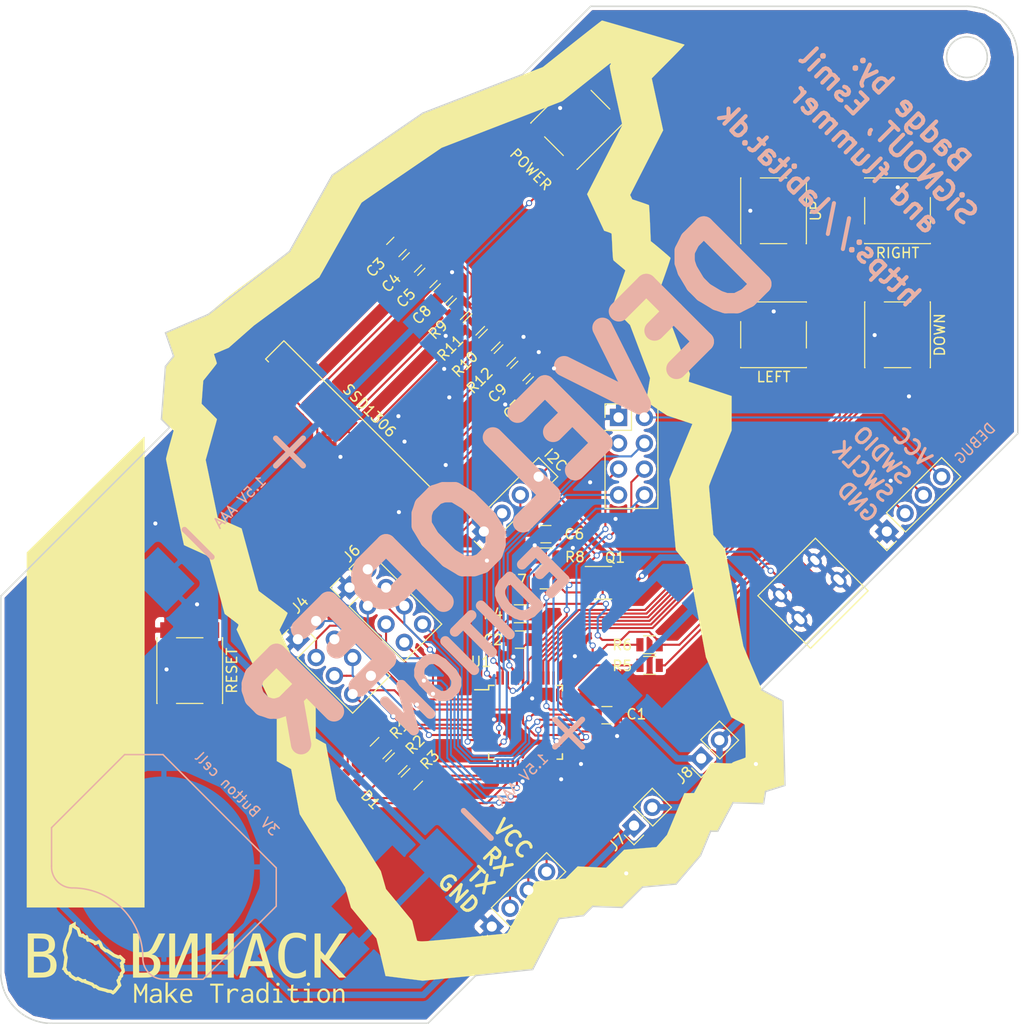
<source format=kicad_pcb>
(kicad_pcb (version 20170123) (host pcbnew "(2017-07-14 revision d3b382c)-master")
  (layers (0 F.Cu signal) (31 B.Cu signal) (34 B.Paste user) (35 F.Paste user) (36 B.SilkS user) (37 F.SilkS user) (38 B.Mask user) (39 F.Mask user) (44 Edge.Cuts user))
  (net 0 "")
  (net 1 "Net-(BT1-Pad1)")
  (net 2 GND)
  (net 3 "Net-(BT2-Pad2)")
  (net 4 "Net-(BT2-Pad1)")
  (net 5 "Net-(C1-Pad1)")
  (net 6 MCU_VDD)
  (net 7 "Net-(C3-Pad1)")
  (net 8 "Net-(C3-Pad2)")
  (net 9 "Net-(C4-Pad2)")
  (net 10 "Net-(C4-Pad1)")
  (net 11 "Net-(C5-Pad2)")
  (net 12 USB_VCC)
  (net 13 "Net-(C7-Pad1)")
  (net 14 "Net-(C8-Pad2)")
  (net 15 "Net-(C9-Pad1)")
  (net 16 "Net-(D1-Pad1)")
  (net 17 "Net-(D1-Pad2)")
  (net 18 "Net-(D1-Pad3)")
  (net 19 SWCLK)
  (net 20 SWDIO)
  (net 21 LEU0_RX)
  (net 22 LEU0_TX)
  (net 23 I2C0_SCL)
  (net 24 I2C0_SDA)
  (net 25 PC3)
  (net 26 PC2)
  (net 27 PC1)
  (net 28 PC0)
  (net 29 PA2)
  (net 30 PA1)
  (net 31 PB7)
  (net 32 PB8)
  (net 33 PD6)
  (net 34 PD7)
  (net 35 PE10)
  (net 36 PE11)
  (net 37 PC10)
  (net 38 PB14)
  (net 39 PC9)
  (net 40 PB13)
  (net 41 PC8)
  (net 42 PB11)
  (net 43 VBAT)
  (net 44 "Net-(OLEDM1-Pad26)")
  (net 45 "Net-(OLEDM1-Pad30)")
  (net 46 "Net-(OLEDM1-Pad1)")
  (net 47 "Net-(OLEDM1-Pad7)")
  (net 48 "Net-(P1-Pad3)")
  (net 49 "Net-(P1-Pad2)")
  (net 50 VREGO)
  (net 51 "Net-(Q1-Pad3)")
  (net 52 RED_LED)
  (net 53 GREEN_LED)
  (net 54 BLUE_LED)
  (net 55 "Net-(R4-Pad2)")
  (net 56 "Net-(R5-Pad2)")
  (net 57 "Net-(R6-Pad2)")
  (net 58 RESETn)
  (net 59 POWER)
  (net 60 UP)
  (net 61 DOWN)
  (net 62 RIGHT)
  (net 63 LEFT)
  (module Aesthetics:Bornhack-Bornholm-74x85mm (layer F.Cu) (at 102 99 315)
    (fp_text reference G*** hide)
    (fp_text value LOGO hide)
  )
  (module Aesthetics:Bornhack-logo-and-name-area-make-tradition (layer F.Cu) (at 66.75 127.25 315)
    (fp_text reference G*** hide)
    (fp_text value LOGO hide)
  )
  (module Power:Linx_BAT_HLD_001 (layer B.Cu) (at 66.04 134.62 135)
    (fp_text reference BT1 hide)
    (fp_text value "3V Button cell" (at 0 10.16 135) (layer B.SilkS) (effects (justify mirror)))
    (pad 1 smd rect (at -11.430001 0 135) (size 2.54 5.08) (layers B.Cu B.Paste B.Mask) (net 1 "Net-(BT1-Pad1)"))
    (pad 1 smd rect (at 11.430001 0 135) (size 2.54 5.08) (layers B.Cu B.Paste B.Mask) (net 1 "Net-(BT1-Pad1)"))
    (pad 2 smd circle (at 0 0 135) (size 17.78 17.78) (layers B.Cu B.Paste B.Mask) (net 2 GND))
  )
  (module Power:Keystone_555_AAA_Battery_Clip_pair (layer B.Cu) (at 101.615576 125.684424 135)
    (fp_text reference BT2 hide)
    (fp_text value "1.5V AAA" (at 0.035355 -0.481647 45) (layer B.SilkS) (effects (justify mirror)))
    (fp_text user - (at 0 -6.35 315) (layer B.SilkS) (effects (font (size 5 5) (thickness 0.55)) (justify mirror)))
    (fp_text user + (at 0 6.35 135) (layer B.SilkS) (effects (font (size 5 5) (thickness 0.55)) (justify mirror)))
    (pad 2 smd rect (at 0 -11.76 135) (size 5.08 3.96) (layers B.Cu B.Paste B.Mask) (net 3 "Net-(BT2-Pad2)"))
    (pad 1 smd rect (at 0 11.76 135) (size 5.08 3.96) (layers B.Cu B.Paste B.Mask) (net 4 "Net-(BT2-Pad1)"))
    (pad 2 smd rect (at 0 -24.839999 135) (size 2.34 3.96) (layers B.Cu B.Paste B.Mask) (net 3 "Net-(BT2-Pad2)"))
    (pad 1 smd rect (at 0 24.839999 135) (size 2.34 3.96) (layers B.Cu B.Paste B.Mask) (net 4 "Net-(BT2-Pad1)"))
  )
  (module Power:Keystone_555_AAA_Battery_Clip_pair (layer B.Cu) (at 74.168 98.044 135)
    (fp_text reference BT3 hide)
    (fp_text value "1.5V AAA" (at -0.02687 -0.971565 45) (layer B.SilkS) (effects (justify mirror)))
    (fp_text user + (at 0 6.35 135) (layer B.SilkS) (effects (font (size 5 5) (thickness 0.55)) (justify mirror)))
    (fp_text user - (at 0 -6.35 135) (layer B.SilkS) (effects (font (size 5 5) (thickness 0.55)) (justify mirror)))
    (pad 1 smd rect (at 0 24.839999 135) (size 2.34 3.96) (layers B.Cu B.Paste B.Mask) (net 3 "Net-(BT2-Pad2)"))
    (pad 2 smd rect (at 0 -24.839999 135) (size 2.34 3.96) (layers B.Cu B.Paste B.Mask) (net 2 GND))
    (pad 1 smd rect (at 0 11.76 135) (size 5.08 3.96) (layers B.Cu B.Paste B.Mask) (net 3 "Net-(BT2-Pad2)"))
    (pad 2 smd rect (at 0 -11.76 135) (size 5.08 3.96) (layers B.Cu B.Paste B.Mask) (net 2 GND))
  )
  (module Capacitors_SMD:C_0805 (layer F.Cu) (at 109.6 119.7)
    (fp_text reference C1 (at 2.9 -0.1) (layer F.SilkS))
    (fp_text value 1uF)
    (pad 2 smd rect (at 1 0) (size 1 1.25) (layers F.Cu F.Paste F.Mask) (net 2 GND))
    (pad 1 smd rect (at -1 0) (size 1 1.25) (layers F.Cu F.Paste F.Mask) (net 5 "Net-(C1-Pad1)"))
  )
  (module Capacitors_SMD:C_0805 (layer F.Cu) (at 101.092 112.268 180)
    (fp_text reference C2 (at 2.692 -0.032 180) (layer F.SilkS))
    (fp_text value 1uF)
    (pad 1 smd rect (at -1 0 180) (size 1 1.25) (layers F.Cu F.Paste F.Mask) (net 6 MCU_VDD))
    (pad 2 smd rect (at 1 0 180) (size 1 1.25) (layers F.Cu F.Paste F.Mask) (net 2 GND))
  )
  (module Capacitors_SMD:C_0805 (layer F.Cu) (at 88.9 73.66 225)
    (fp_text reference C3 (at 2.873682 0 225) (layer F.SilkS))
    (fp_text value 1uF)
    (pad 1 smd rect (at -1 0 225) (size 1 1.25) (layers F.Cu F.Paste F.Mask) (net 7 "Net-(C3-Pad1)"))
    (pad 2 smd rect (at 1 0 225) (size 1 1.25) (layers F.Cu F.Paste F.Mask) (net 8 "Net-(C3-Pad2)"))
  )
  (module Capacitors_SMD:C_0805 (layer F.Cu) (at 90.424 75.184 225)
    (fp_text reference C4 (at 2.856711 0.005657 225) (layer F.SilkS))
    (fp_text value 1uF)
    (pad 2 smd rect (at 1 0 225) (size 1 1.25) (layers F.Cu F.Paste F.Mask) (net 9 "Net-(C4-Pad2)"))
    (pad 1 smd rect (at -1 0 225) (size 1 1.25) (layers F.Cu F.Paste F.Mask) (net 10 "Net-(C4-Pad1)"))
  )
  (module Capacitors_SMD:C_0805 (layer F.Cu) (at 91.948 76.708 225)
    (fp_text reference C5 (at 2.892067 0.074953 225) (layer F.SilkS))
    (fp_text value 1uF)
    (pad 1 smd rect (at -1 0 225) (size 1 1.25) (layers F.Cu F.Paste F.Mask) (net 6 MCU_VDD))
    (pad 2 smd rect (at 1 0 225) (size 1 1.25) (layers F.Cu F.Paste F.Mask) (net 11 "Net-(C5-Pad2)"))
  )
  (module Capacitors_SMD:C_0805 (layer F.Cu) (at 103.6 101.9 180)
    (fp_text reference C6 (at -2.8 0 180) (layer F.SilkS))
    (fp_text value 4.7uF)
    (pad 2 smd rect (at 1 0 180) (size 1 1.25) (layers F.Cu F.Paste F.Mask) (net 2 GND))
    (pad 1 smd rect (at -1 0 180) (size 1 1.25) (layers F.Cu F.Paste F.Mask) (net 12 USB_VCC))
  )
  (module Capacitors_SMD:C_0805 (layer F.Cu) (at 102.616 87.376 45)
    (fp_text reference C7 (at -3.24562 0.041012 45) (layer F.SilkS))
    (fp_text value 2.2uF)
    (pad 2 smd rect (at 1 0 45) (size 1 1.25) (layers F.Cu F.Paste F.Mask) (net 2 GND))
    (pad 1 smd rect (at -1 0 45) (size 1 1.25) (layers F.Cu F.Paste F.Mask) (net 13 "Net-(C7-Pad1)"))
  )
  (module Capacitors_SMD:C_0805 (layer F.Cu) (at 93.472 78.232 225)
    (fp_text reference C8 (at 2.962777 -0.032527 225) (layer F.SilkS))
    (fp_text value 100nF)
    (pad 2 smd rect (at 1 0 225) (size 1 1.25) (layers F.Cu F.Paste F.Mask) (net 14 "Net-(C8-Pad2)"))
    (pad 1 smd rect (at -1 0 225) (size 1 1.25) (layers F.Cu F.Paste F.Mask) (net 2 GND))
  )
  (module Capacitors_SMD:C_0805 (layer F.Cu) (at 101.092 85.852 45)
    (fp_text reference C9 (at -3.139554 -0.031113 45) (layer F.SilkS))
    (fp_text value 10uF)
    (pad 1 smd rect (at -1 0 45) (size 1 1.25) (layers F.Cu F.Paste F.Mask) (net 15 "Net-(C9-Pad1)"))
    (pad 2 smd rect (at 1 0 45) (size 1 1.25) (layers F.Cu F.Paste F.Mask) (net 2 GND))
  )
  (module Opto:RGBA_LED_SMD_0606 (layer F.Cu) (at 84.328 125.984 225)
    (fp_text reference D1 (at 0 -2.873682 315) (layer F.SilkS))
    (fp_text value LED_RGBA)
    (pad 1 smd rect (at -0.425 -0.725 225) (size 0.65 0.85) (layers F.Cu F.Paste F.Mask) (net 16 "Net-(D1-Pad1)"))
    (pad 2 smd rect (at 0.425 -0.725 225) (size 0.65 0.85) (layers F.Cu F.Paste F.Mask) (net 17 "Net-(D1-Pad2)"))
    (pad 3 smd rect (at 0.425 0.725 225) (size 0.65 0.85) (layers F.Cu F.Paste F.Mask) (net 18 "Net-(D1-Pad3)"))
    (pad 4 smd rect (at -0.425 0.725 225) (size 0.65 0.85) (layers F.Cu F.Paste F.Mask) (net 6 MCU_VDD))
  )
  (module Pin_Headers:Pin_Header_Straight_2x04_Pitch2.54mm (layer F.Cu) (at 79.211898 112.231898 45)
    (fp_text reference J4 (at 2.524371 -2.258355 45) (layer F.SilkS))
    (fp_text value CONN_02X04 hide)
    (pad 8 thru_hole oval (at 2.54 7.62 45) (size 1.7 1.7) (drill 1) (layers *.Cu *.Mask) (net 25 PC3))
    (pad 7 thru_hole oval (at 0 7.62 45) (size 1.7 1.7) (drill 1) (layers *.Cu *.Mask) (net 26 PC2))
    (pad 6 thru_hole oval (at 2.54 5.08 45) (size 1.7 1.7) (drill 1) (layers *.Cu *.Mask) (net 27 PC1))
    (pad 5 thru_hole oval (at 0 5.08 45) (size 1.7 1.7) (drill 1) (layers *.Cu *.Mask) (net 28 PC0))
    (pad 4 thru_hole oval (at 2.54 2.54 45) (size 1.7 1.7) (drill 1) (layers *.Cu *.Mask) (net 29 PA2))
    (pad 3 thru_hole oval (at 0 2.54 45) (size 1.7 1.7) (drill 1) (layers *.Cu *.Mask) (net 30 PA1))
    (pad 2 thru_hole oval (at 2.54 0 45) (size 1.7 1.7) (drill 1) (layers *.Cu *.Mask) (net 6 MCU_VDD))
    (pad 1 thru_hole rect (at 0 0 45) (size 1.7 1.7) (drill 1) (layers *.Cu *.Mask) (net 2 GND))
  )
  (module Pin_Headers:Pin_Header_Straight_2x04_Pitch2.54mm (layer F.Cu) (at 110.744 90.424)
    (fp_text reference J5 (at 0.006 -2.274) (layer F.SilkS))
    (fp_text value CONN_02X04 hide)
    (pad 1 thru_hole rect (at 0 0) (size 1.7 1.7) (drill 1) (layers *.Cu *.Mask) (net 2 GND))
    (pad 2 thru_hole oval (at 2.54 0) (size 1.7 1.7) (drill 1) (layers *.Cu *.Mask) (net 6 MCU_VDD))
    (pad 3 thru_hole oval (at 0 2.54) (size 1.7 1.7) (drill 1) (layers *.Cu *.Mask) (net 31 PB7))
    (pad 4 thru_hole oval (at 2.54 2.54) (size 1.7 1.7) (drill 1) (layers *.Cu *.Mask) (net 32 PB8))
    (pad 5 thru_hole oval (at 0 5.08) (size 1.7 1.7) (drill 1) (layers *.Cu *.Mask) (net 33 PD6))
    (pad 6 thru_hole oval (at 2.54 5.08) (size 1.7 1.7) (drill 1) (layers *.Cu *.Mask) (net 34 PD7))
    (pad 7 thru_hole oval (at 0 7.62) (size 1.7 1.7) (drill 1) (layers *.Cu *.Mask) (net 35 PE10))
    (pad 8 thru_hole oval (at 2.54 7.62) (size 1.7 1.7) (drill 1) (layers *.Cu *.Mask) (net 36 PE11))
  )
  (module Pin_Headers:Pin_Header_Straight_2x04_Pitch2.54mm (layer F.Cu) (at 84.291898 107.151898 45)
    (fp_text reference J6 (at 2.5173 -2.222999 45) (layer F.SilkS))
    (fp_text value CONN_02X04 hide)
    (pad 8 thru_hole oval (at 2.54 7.62 45) (size 1.7 1.7) (drill 1) (layers *.Cu *.Mask) (net 37 PC10))
    (pad 7 thru_hole oval (at 0 7.62 45) (size 1.7 1.7) (drill 1) (layers *.Cu *.Mask) (net 38 PB14))
    (pad 6 thru_hole oval (at 2.54 5.08 45) (size 1.7 1.7) (drill 1) (layers *.Cu *.Mask) (net 39 PC9))
    (pad 5 thru_hole oval (at 0 5.08 45) (size 1.7 1.7) (drill 1) (layers *.Cu *.Mask) (net 40 PB13))
    (pad 4 thru_hole oval (at 2.54 2.54 45) (size 1.7 1.7) (drill 1) (layers *.Cu *.Mask) (net 41 PC8))
    (pad 3 thru_hole oval (at 0 2.54 45) (size 1.7 1.7) (drill 1) (layers *.Cu *.Mask) (net 42 PB11))
    (pad 2 thru_hole oval (at 2.54 0 45) (size 1.7 1.7) (drill 1) (layers *.Cu *.Mask) (net 6 MCU_VDD))
    (pad 1 thru_hole rect (at 0 0 45) (size 1.7 1.7) (drill 1) (layers *.Cu *.Mask) (net 2 GND))
  )
  (module Pin_Headers:Pin_Header_Straight_1x02_Pitch2.54mm (layer F.Cu) (at 112.268 130.556 135)
    (fp_text reference J7 (at 0 -2.33 225) (layer F.SilkS))
    (fp_text value CONN_01X02 hide)
    (pad 2 thru_hole oval (at 0 2.54 135) (size 1.7 1.7) (drill 1) (layers *.Cu *.Mask) (net 43 VBAT))
    (pad 1 thru_hole rect (at 0 0 135) (size 1.7 1.7) (drill 1) (layers *.Cu *.Mask) (net 1 "Net-(BT1-Pad1)"))
  )
  (module Pin_Headers:Pin_Header_Straight_1x02_Pitch2.54mm (layer F.Cu) (at 118.872 123.952 135)
    (fp_text reference J8 (at 0 -2.33 225) (layer F.SilkS))
    (fp_text value CONN_01X02 hide)
    (pad 1 thru_hole rect (at 0 0 135) (size 1.7 1.7) (drill 1) (layers *.Cu *.Mask) (net 4 "Net-(BT2-Pad1)"))
    (pad 2 thru_hole oval (at 0 2.54 135) (size 1.7 1.7) (drill 1) (layers *.Cu *.Mask) (net 43 VBAT))
  )
  (module Connectors:USB_Micro-B_10103594-0001LF (layer F.Cu) (at 129.478594 107.329791 45)
    (fp_text reference P1 hide)
    (fp_text value USB_OTG hide)
    (pad 6 smd rect (at 0.96 1.619999 135) (size 2.5 1.43) (layers F.Cu F.Paste F.Mask) (net 2 GND))
    (pad 6 smd rect (at -0.96 1.619999 135) (size 2.5 1.43) (layers F.Cu F.Paste F.Mask) (net 2 GND))
    (pad 6 thru_hole oval (at 2.73 1.38 135) (size 1.7 1.2) (drill oval 1.2 0.7) (layers *.Cu *.Mask) (net 2 GND))
    (pad 6 thru_hole oval (at -2.73 1.38 135) (size 1.7 1.2) (drill oval 1.2 0.7) (layers *.Cu *.Mask) (net 2 GND))
    (pad 6 thru_hole oval (at 2.419999 -1.62 135) (size 1.5 1.1) (drill oval 1.05 0.65) (layers *.Cu *.Mask) (net 2 GND))
    (pad 6 thru_hole oval (at -2.419999 -1.62 135) (size 1.5 1.1) (drill oval 1.05 0.65) (layers *.Cu *.Mask) (net 2 GND))
    (pad 5 smd rect (at 1.3 -1.5 135) (size 1.65 0.4) (layers F.Cu F.Paste F.Mask) (net 2 GND))
    (pad 4 smd rect (at 0.65 -1.5 135) (size 1.65 0.4) (layers F.Cu F.Paste F.Mask) (net 2 GND))
    (pad 3 smd rect (at 0 -1.5 135) (size 1.65 0.4) (layers F.Cu F.Paste F.Mask) (net 48 "Net-(P1-Pad3)"))
    (pad 2 smd rect (at -0.65 -1.5 135) (size 1.65 0.4) (layers F.Cu F.Paste F.Mask) (net 49 "Net-(P1-Pad2)"))
    (pad 1 smd rect (at -1.3 -1.5 135) (size 1.65 0.4) (layers F.Cu F.Paste F.Mask) (net 12 USB_VCC))
  )
  (module TO_SOT_Packages_SMD:SuperSOT-6 (layer F.Cu) (at 109.22 106.68)
    (fp_text reference Q1 (at 1.18 -2.48) (layer F.SilkS))
    (fp_text value FDC6420C)
    (pad 5 smd rect (at 1.3 0) (size 1 0.7) (layers F.Cu F.Paste F.Mask) (net 50 VREGO))
    (pad 6 smd rect (at 1.3 -0.95) (size 1 0.7) (layers F.Cu F.Paste F.Mask) (net 6 MCU_VDD))
    (pad 4 smd rect (at 1.3 0.95) (size 1 0.7) (layers F.Cu F.Paste F.Mask) (net 43 VBAT))
    (pad 3 smd rect (at -1.3 0.95) (size 1 0.7) (layers F.Cu F.Paste F.Mask) (net 51 "Net-(Q1-Pad3)"))
    (pad 2 smd rect (at -1.3 0) (size 1 0.7) (layers F.Cu F.Paste F.Mask) (net 6 MCU_VDD))
    (pad 1 smd rect (at -1.3 -0.95) (size 1 0.7) (layers F.Cu F.Paste F.Mask) (net 12 USB_VCC))
  )
  (module Resistors_SMD:R_0805 (layer F.Cu) (at 87.376 122.936 45)
    (fp_text reference R1 (at 2.588011 -0.008485 45) (layer F.SilkS))
    (fp_text value 1.5K)
    (pad 1 smd rect (at -0.949999 0 45) (size 0.7 1.3) (layers F.Cu F.Paste F.Mask) (net 16 "Net-(D1-Pad1)"))
    (pad 2 smd rect (at 0.949999 0 45) (size 0.7 1.3) (layers F.Cu F.Paste F.Mask) (net 52 RED_LED))
  )
  (module Resistors_SMD:R_0805 (layer F.Cu) (at 88.9 124.46 45)
    (fp_text reference R2 (at 2.623366 -0.007071 45) (layer F.SilkS))
    (fp_text value 1K)
    (pad 2 smd rect (at 0.949999 0 45) (size 0.7 1.3) (layers F.Cu F.Paste F.Mask) (net 53 GREEN_LED))
    (pad 1 smd rect (at -0.949999 0 45) (size 0.7 1.3) (layers F.Cu F.Paste F.Mask) (net 17 "Net-(D1-Pad2)"))
  )
  (module Resistors_SMD:R_0805 (layer F.Cu) (at 90.424 125.984 45)
    (fp_text reference R3 (at 2.588011 -0.076368 45) (layer F.SilkS))
    (fp_text value 1K)
    (pad 1 smd rect (at -0.949999 0 45) (size 0.7 1.3) (layers F.Cu F.Paste F.Mask) (net 18 "Net-(D1-Pad3)"))
    (pad 2 smd rect (at 0.949999 0 45) (size 0.7 1.3) (layers F.Cu F.Paste F.Mask) (net 54 BLUE_LED))
  )
  (module Resistors_SMD:R_0805 (layer F.Cu) (at 101.092 109.728 180)
    (fp_text reference R4 (at 2.692 -0.022 180) (layer F.SilkS))
    (fp_text value 4.7K)
    (pad 2 smd rect (at 0.95 0 180) (size 0.7 1.3) (layers F.Cu F.Paste F.Mask) (net 55 "Net-(R4-Pad2)"))
    (pad 1 smd rect (at -0.95 0 180) (size 0.7 1.3) (layers F.Cu F.Paste F.Mask) (net 48 "Net-(P1-Pad3)"))
  )
  (module Resistors_SMD:R_0805 (layer F.Cu) (at 113.8 114.8 180)
    (fp_text reference R5 (at 2.7 -0.05 180) (layer F.SilkS))
    (fp_text value 15)
    (pad 1 smd rect (at -0.95 0 180) (size 0.7 1.3) (layers F.Cu F.Paste F.Mask) (net 49 "Net-(P1-Pad2)"))
    (pad 2 smd rect (at 0.95 0 180) (size 0.7 1.3) (layers F.Cu F.Paste F.Mask) (net 56 "Net-(R5-Pad2)"))
  )
  (module Resistors_SMD:R_0805 (layer F.Cu) (at 113.792 112.776 180)
    (fp_text reference R6 (at 2.692 -0.024 180) (layer F.SilkS))
    (fp_text value 15)
    (pad 2 smd rect (at 0.95 0 180) (size 0.7 1.3) (layers F.Cu F.Paste F.Mask) (net 57 "Net-(R6-Pad2)"))
    (pad 1 smd rect (at -0.95 0 180) (size 0.7 1.3) (layers F.Cu F.Paste F.Mask) (net 48 "Net-(P1-Pad3)"))
  )
  (module Resistors_SMD:R_0805 (layer F.Cu) (at 103.632 106.4 180)
    (fp_text reference R7 (at 2.882 0 180) (layer F.SilkS))
    (fp_text value 4.7K)
    (pad 1 smd rect (at -0.95 0 180) (size 0.7 1.3) (layers F.Cu F.Paste F.Mask) (net 51 "Net-(Q1-Pad3)"))
    (pad 2 smd rect (at 0.95 0 180) (size 0.7 1.3) (layers F.Cu F.Paste F.Mask) (net 12 USB_VCC))
  )
  (module Resistors_SMD:R_0805 (layer F.Cu) (at 103.632 104.14)
    (fp_text reference R8 (at 2.818 0.01) (layer F.SilkS))
    (fp_text value 6.8K)
    (pad 2 smd rect (at 0.95 0) (size 0.7 1.3) (layers F.Cu F.Paste F.Mask) (net 51 "Net-(Q1-Pad3)"))
    (pad 1 smd rect (at -0.95 0) (size 0.7 1.3) (layers F.Cu F.Paste F.Mask) (net 2 GND))
  )
  (module Resistors_SMD:R_0805 (layer F.Cu) (at 94.996 79.756 225)
    (fp_text reference R9 (at 2.856711 -0.033941 225) (layer F.SilkS))
    (fp_text value 10K)
    (pad 2 smd rect (at 0.949999 0 225) (size 0.7 1.3) (layers F.Cu F.Paste F.Mask) (net 14 "Net-(C8-Pad2)"))
    (pad 1 smd rect (at -0.949999 0 225) (size 0.7 1.3) (layers F.Cu F.Paste F.Mask) (net 6 MCU_VDD))
  )
  (module Resistors_SMD:R_0805 (layer F.Cu) (at 98.044 82.804 225)
    (fp_text reference R10 (at 3.387041 -0.001414 225) (layer F.SilkS))
    (fp_text value 10K)
    (pad 2 smd rect (at 0.949999 0 225) (size 0.7 1.3) (layers F.Cu F.Paste F.Mask) (net 24 I2C0_SDA))
    (pad 1 smd rect (at -0.949999 0 225) (size 0.7 1.3) (layers F.Cu F.Paste F.Mask) (net 6 MCU_VDD))
  )
  (module Resistors_SMD:R_0805 (layer F.Cu) (at 96.52 81.28 225)
    (fp_text reference R11 (at 3.280975 0 225) (layer F.SilkS))
    (fp_text value 10K)
    (pad 1 smd rect (at -0.949999 0 225) (size 0.7 1.3) (layers F.Cu F.Paste F.Mask) (net 6 MCU_VDD))
    (pad 2 smd rect (at 0.949999 0 225) (size 0.7 1.3) (layers F.Cu F.Paste F.Mask) (net 23 I2C0_SCL))
  )
  (module Resistors_SMD:R_0805 (layer F.Cu) (at 99.568 84.328 45)
    (fp_text reference R12 (at -3.493107 0.002828 45) (layer F.SilkS))
    (fp_text value 330K)
    (pad 1 smd rect (at -0.949999 0 45) (size 0.7 1.3) (layers F.Cu F.Paste F.Mask) (net 44 "Net-(OLEDM1-Pad26)"))
    (pad 2 smd rect (at 0.949999 0 45) (size 0.7 1.3) (layers F.Cu F.Paste F.Mask) (net 2 GND))
  )
  (module Buttons_Switches_SMD:SW_SPST_PTS645 (layer F.Cu) (at 68.58 115.316 90)
    (fp_text reference SW1 hide)
    (fp_text value RESET (at 0 4.15 90) (layer F.SilkS))
    (pad 2 smd rect (at -3.98 2.25 90) (size 1.55 1.3) (layers F.Cu F.Paste F.Mask) (net 58 RESETn))
    (pad 1 smd rect (at -3.98 -2.25 90) (size 1.55 1.3) (layers F.Cu F.Paste F.Mask) (net 2 GND))
    (pad 1 smd rect (at 3.98 -2.25 90) (size 1.55 1.3) (layers F.Cu F.Paste F.Mask) (net 2 GND))
    (pad 2 smd rect (at 3.98 2.25 90) (size 1.55 1.3) (layers F.Cu F.Paste F.Mask) (net 58 RESETn))
  )
  (module Buttons_Switches_SMD:SW_SPST_PTS645 (layer F.Cu) (at 106.68 61.468 45)
    (fp_text reference SW2 hide)
    (fp_text value POWER (at -6.465784 0 135) (layer F.SilkS))
    (pad 2 smd rect (at 3.98 2.25 45) (size 1.55 1.3) (layers F.Cu F.Paste F.Mask) (net 59 POWER))
    (pad 1 smd rect (at 3.98 -2.25 45) (size 1.55 1.3) (layers F.Cu F.Paste F.Mask) (net 2 GND))
    (pad 1 smd rect (at -3.98 -2.25 45) (size 1.55 1.3) (layers F.Cu F.Paste F.Mask) (net 2 GND))
    (pad 2 smd rect (at -3.98 2.25 45) (size 1.55 1.3) (layers F.Cu F.Paste F.Mask) (net 59 POWER))
  )
  (module Buttons_Switches_SMD:SW_SPST_PTS645 (layer F.Cu) (at 125.984 70.104 90)
    (fp_text reference SW3 hide)
    (fp_text value UP (at 0 4.15 90) (layer F.SilkS))
    (pad 2 smd rect (at -3.98 2.25 90) (size 1.55 1.3) (layers F.Cu F.Paste F.Mask) (net 60 UP))
    (pad 1 smd rect (at -3.98 -2.25 90) (size 1.55 1.3) (layers F.Cu F.Paste F.Mask) (net 2 GND))
    (pad 1 smd rect (at 3.98 -2.25 90) (size 1.55 1.3) (layers F.Cu F.Paste F.Mask) (net 2 GND))
    (pad 2 smd rect (at 3.98 2.25 90) (size 1.55 1.3) (layers F.Cu F.Paste F.Mask) (net 60 UP))
  )
  (module Buttons_Switches_SMD:SW_SPST_PTS645 (layer F.Cu) (at 138.176 82.296 90)
    (fp_text reference SW4 hide)
    (fp_text value DOWN (at 0 4.15 90) (layer F.SilkS))
    (pad 2 smd rect (at 3.98 2.25 90) (size 1.55 1.3) (layers F.Cu F.Paste F.Mask) (net 61 DOWN))
    (pad 1 smd rect (at 3.98 -2.25 90) (size 1.55 1.3) (layers F.Cu F.Paste F.Mask) (net 2 GND))
    (pad 1 smd rect (at -3.98 -2.25 90) (size 1.55 1.3) (layers F.Cu F.Paste F.Mask) (net 2 GND))
    (pad 2 smd rect (at -3.98 2.25 90) (size 1.55 1.3) (layers F.Cu F.Paste F.Mask) (net 61 DOWN))
  )
  (module Buttons_Switches_SMD:SW_SPST_PTS645 (layer F.Cu) (at 138.176 70.104)
    (fp_text reference SW5 hide)
    (fp_text value RIGHT (at 0 4.15) (layer F.SilkS))
    (pad 2 smd rect (at -3.98 2.25) (size 1.55 1.3) (layers F.Cu F.Paste F.Mask) (net 62 RIGHT))
    (pad 1 smd rect (at -3.98 -2.25) (size 1.55 1.3) (layers F.Cu F.Paste F.Mask) (net 2 GND))
    (pad 1 smd rect (at 3.98 -2.25) (size 1.55 1.3) (layers F.Cu F.Paste F.Mask) (net 2 GND))
    (pad 2 smd rect (at 3.98 2.25) (size 1.55 1.3) (layers F.Cu F.Paste F.Mask) (net 62 RIGHT))
  )
  (module Buttons_Switches_SMD:SW_SPST_PTS645 (layer F.Cu) (at 125.984 82.296)
    (fp_text reference SW6 hide)
    (fp_text value LEFT (at 0 4.15) (layer F.SilkS))
    (pad 2 smd rect (at 3.98 2.25) (size 1.55 1.3) (layers F.Cu F.Paste F.Mask) (net 63 LEFT))
    (pad 1 smd rect (at 3.98 -2.25) (size 1.55 1.3) (layers F.Cu F.Paste F.Mask) (net 2 GND))
    (pad 1 smd rect (at -3.98 -2.25) (size 1.55 1.3) (layers F.Cu F.Paste F.Mask) (net 2 GND))
    (pad 2 smd rect (at -3.98 2.25) (size 1.55 1.3) (layers F.Cu F.Paste F.Mask) (net 63 LEFT))
  )
  (module Housings_QFP:TQFP-48_7x7mm_Pitch0.5mm (layer F.Cu) (at 101.6 120.396)
    (fp_text reference U1 (at -4.4 -5.946) (layer F.SilkS))
    (fp_text value EFM32HG322)
    (pad 48 smd rect (at -2.75 -4.35 90) (size 1.3 0.25) (layers F.Cu F.Paste F.Mask) (net 23 I2C0_SCL))
    (pad 47 smd rect (at -2.25 -4.35 90) (size 1.3 0.25) (layers F.Cu F.Paste F.Mask) (net 24 I2C0_SDA))
    (pad 46 smd rect (at -1.75 -4.35 90) (size 1.3 0.25) (layers F.Cu F.Paste F.Mask) (net 36 PE11))
    (pad 45 smd rect (at -1.25 -4.35 90) (size 1.3 0.25) (layers F.Cu F.Paste F.Mask) (net 35 PE10))
    (pad 44 smd rect (at -0.75 -4.35 90) (size 1.3 0.25) (layers F.Cu F.Paste F.Mask) (net 2 GND))
    (pad 43 smd rect (at -0.25 -4.35 90) (size 1.3 0.25) (layers F.Cu F.Paste F.Mask) (net 6 MCU_VDD))
    (pad 42 smd rect (at 0.25 -4.35 90) (size 1.3 0.25) (layers F.Cu F.Paste F.Mask) (net 63 LEFT))
    (pad 41 smd rect (at 0.75 -4.35 90) (size 1.3 0.25) (layers F.Cu F.Paste F.Mask) (net 62 RIGHT))
    (pad 40 smd rect (at 1.25 -4.35 90) (size 1.3 0.25) (layers F.Cu F.Paste F.Mask) (net 61 DOWN))
    (pad 39 smd rect (at 1.75 -4.35 90) (size 1.3 0.25) (layers F.Cu F.Paste F.Mask) (net 60 UP))
    (pad 38 smd rect (at 2.25 -4.35 90) (size 1.3 0.25) (layers F.Cu F.Paste F.Mask) (net 20 SWDIO))
    (pad 37 smd rect (at 2.75 -4.35 90) (size 1.3 0.25) (layers F.Cu F.Paste F.Mask) (net 19 SWCLK))
    (pad 36 smd rect (at 4.35 -2.75) (size 1.3 0.25) (layers F.Cu F.Paste F.Mask) (net 56 "Net-(R5-Pad2)"))
    (pad 35 smd rect (at 4.35 -2.25) (size 1.3 0.25) (layers F.Cu F.Paste F.Mask) (net 57 "Net-(R6-Pad2)"))
    (pad 34 smd rect (at 4.35 -1.75) (size 1.3 0.25) (layers F.Cu F.Paste F.Mask) (net 50 VREGO))
    (pad 33 smd rect (at 4.35 -1.25) (size 1.3 0.25) (layers F.Cu F.Paste F.Mask) (net 12 USB_VCC))
    (pad 32 smd rect (at 4.35 -0.75) (size 1.3 0.25) (layers F.Cu F.Paste F.Mask) (net 37 PC10))
    (pad 31 smd rect (at 4.35 -0.25) (size 1.3 0.25) (layers F.Cu F.Paste F.Mask) (net 39 PC9))
    (pad 30 smd rect (at 4.35 0.25) (size 1.3 0.25) (layers F.Cu F.Paste F.Mask) (net 41 PC8))
    (pad 29 smd rect (at 4.35 0.75) (size 1.3 0.25) (layers F.Cu F.Paste F.Mask) (net 5 "Net-(C1-Pad1)"))
    (pad 28 smd rect (at 4.35 1.25) (size 1.3 0.25) (layers F.Cu F.Paste F.Mask) (net 6 MCU_VDD))
    (pad 27 smd rect (at 4.35 1.75) (size 1.3 0.25) (layers F.Cu F.Paste F.Mask) (net 34 PD7))
    (pad 26 smd rect (at 4.35 2.25) (size 1.3 0.25) (layers F.Cu F.Paste F.Mask) (net 33 PD6))
    (pad 25 smd rect (at 4.35 2.75) (size 1.3 0.25) (layers F.Cu F.Paste F.Mask) (net 21 LEU0_RX))
    (pad 24 smd rect (at 2.75 4.35 90) (size 1.3 0.25) (layers F.Cu F.Paste F.Mask) (net 22 LEU0_TX))
    (pad 23 smd rect (at 2.25 4.35 90) (size 1.3 0.25) (layers F.Cu F.Paste F.Mask) (net 6 MCU_VDD))
    (pad 22 smd rect (at 1.75 4.35 90) (size 1.3 0.25) (layers F.Cu F.Paste F.Mask) (net 6 MCU_VDD))
    (pad 21 smd rect (at 1.25 4.35 90) (size 1.3 0.25) (layers F.Cu F.Paste F.Mask) (net 38 PB14))
    (pad 20 smd rect (at 0.75 4.35 90) (size 1.3 0.25) (layers F.Cu F.Paste F.Mask) (net 40 PB13))
    (pad 19 smd rect (at 0.25 4.35 90) (size 1.3 0.25) (layers F.Cu F.Paste F.Mask) (net 6 MCU_VDD))
    (pad 18 smd rect (at -0.25 4.35 90) (size 1.3 0.25) (layers F.Cu F.Paste F.Mask) (net 2 GND))
    (pad 17 smd rect (at -0.75 4.35 90) (size 1.3 0.25) (layers F.Cu F.Paste F.Mask) (net 42 PB11))
    (pad 16 smd rect (at -1.25 4.35 90) (size 1.3 0.25) (layers F.Cu F.Paste F.Mask) (net 58 RESETn))
    (pad 15 smd rect (at -1.75 4.35 90) (size 1.3 0.25) (layers F.Cu F.Paste F.Mask) (net 54 BLUE_LED))
    (pad 14 smd rect (at -2.25 4.35 90) (size 1.3 0.25) (layers F.Cu F.Paste F.Mask) (net 53 GREEN_LED))
    (pad 13 smd rect (at -2.75 4.35 90) (size 1.3 0.25) (layers F.Cu F.Paste F.Mask) (net 52 RED_LED))
    (pad 12 smd rect (at -4.35 2.75) (size 1.3 0.25) (layers F.Cu F.Paste F.Mask) (net 32 PB8))
    (pad 11 smd rect (at -4.35 2.25) (size 1.3 0.25) (layers F.Cu F.Paste F.Mask) (net 31 PB7))
    (pad 10 smd rect (at -4.35 1.75) (size 1.3 0.25) (layers F.Cu F.Paste F.Mask) (net 59 POWER))
    (pad 9 smd rect (at -4.35 1.25) (size 1.3 0.25) (layers F.Cu F.Paste F.Mask) (net 25 PC3))
    (pad 8 smd rect (at -4.35 0.75) (size 1.3 0.25) (layers F.Cu F.Paste F.Mask) (net 26 PC2))
    (pad 7 smd rect (at -4.35 0.25) (size 1.3 0.25) (layers F.Cu F.Paste F.Mask) (net 27 PC1))
    (pad 6 smd rect (at -4.35 -0.25) (size 1.3 0.25) (layers F.Cu F.Paste F.Mask) (net 28 PC0))
    (pad 5 smd rect (at -4.35 -0.75) (size 1.3 0.25) (layers F.Cu F.Paste F.Mask) (net 2 GND))
    (pad 4 smd rect (at -4.35 -1.25) (size 1.3 0.25) (layers F.Cu F.Paste F.Mask) (net 6 MCU_VDD))
    (pad 3 smd rect (at -4.35 -1.75) (size 1.3 0.25) (layers F.Cu F.Paste F.Mask) (net 29 PA2))
    (pad 2 smd rect (at -4.35 -2.25) (size 1.3 0.25) (layers F.Cu F.Paste F.Mask) (net 30 PA1))
    (pad 1 smd rect (at -4.35 -2.75) (size 1.3 0.25) (layers F.Cu F.Paste F.Mask) (net 55 "Net-(R4-Pad2)"))
  )
  (module Pin_Headers:Pin_Header_Straight_1x04_Pitch2.54mm (layer F.Cu) (at 137.123898 101.636102 135)
    (fp_text reference J1 hide)
    (fp_text value DEBUG (at 0 12.264204 225) (layer B.SilkS) (effects (justify mirror)))
    (pad 1 thru_hole rect (at 0 0 135) (size 1.7 1.7) (drill 1) (layers *.Cu *.Mask) (net 2 GND))
    (pad 2 thru_hole oval (at 0 2.54 135) (size 1.7 1.7) (drill 1) (layers *.Cu *.Mask) (net 19 SWCLK))
    (pad 3 thru_hole oval (at 0 5.079999 135) (size 1.7 1.7) (drill 1) (layers *.Cu *.Mask) (net 20 SWDIO))
    (pad 4 thru_hole oval (at 0 7.62 135) (size 1.7 1.7) (drill 1) (layers *.Cu *.Mask) (net 6 MCU_VDD))
  )
  (module Pin_Headers:Pin_Header_Straight_1x04_Pitch2.54mm (layer F.Cu) (at 98.279949 140.480051 135)
    (fp_text reference J2 hide)
    (fp_text value "LE UART")
    (pad 4 thru_hole oval (at 0 7.62 135) (size 1.7 1.7) (drill 1) (layers *.Cu *.Mask) (net 6 MCU_VDD))
    (pad 3 thru_hole oval (at 0 5.079999 135) (size 1.7 1.7) (drill 1) (layers *.Cu *.Mask) (net 21 LEU0_RX))
    (pad 2 thru_hole oval (at 0 2.54 135) (size 1.7 1.7) (drill 1) (layers *.Cu *.Mask) (net 22 LEU0_TX))
    (pad 1 thru_hole rect (at 0 0 135) (size 1.7 1.7) (drill 1) (layers *.Cu *.Mask) (net 2 GND))
  )
  (module Pin_Headers:Pin_Header_Straight_1x04_Pitch2.54mm (layer F.Cu) (at 97.499898 101.636102 135)
    (fp_text reference J3 hide)
    (fp_text value I2C (at 0 9.95 135) (layer F.SilkS))
    (pad 4 thru_hole oval (at 0 7.62 135) (size 1.7 1.7) (drill 1) (layers *.Cu *.Mask) (net 6 MCU_VDD))
    (pad 3 thru_hole oval (at 0 5.08 135) (size 1.7 1.7) (drill 1) (layers *.Cu *.Mask) (net 23 I2C0_SCL))
    (pad 2 thru_hole oval (at 0 2.54 135) (size 1.7 1.7) (drill 1) (layers *.Cu *.Mask) (net 24 I2C0_SDA))
    (pad 1 thru_hole rect (at 0 0 135) (size 1.7 1.7) (drill 1) (layers *.Cu *.Mask) (net 2 GND))
  )
  (module Opto:IROP055-SSD1306Z (layer F.Cu) (at 83.82 92.456 315)
    (fp_text reference OLEDM1 hide)
    (fp_text value SSD1306 (at -0.195161 -3.6317 315) (layer F.SilkS))
    (pad 16 smd rect (at 0.35 -0.7 315) (size 0.4 2.54) (layers F.Cu F.Paste F.Mask) (net 2 GND))
    (pad 17 smd rect (at 1.05 -0.7 315) (size 0.4 2.54) (layers F.Cu F.Paste F.Mask) (net 2 GND))
    (pad 18 smd rect (at 1.75 -0.7 315) (size 0.4 2.54) (layers F.Cu F.Paste F.Mask) (net 23 I2C0_SCL))
    (pad 19 smd rect (at 2.45 -0.7 315) (size 0.4 2.54) (layers F.Cu F.Paste F.Mask) (net 24 I2C0_SDA))
    (pad 20 smd rect (at 3.15 -0.7 315) (size 0.4 2.54) (layers F.Cu F.Paste F.Mask) (net 24 I2C0_SDA))
    (pad 21 smd rect (at 3.85 -0.7 315) (size 0.4 2.54) (layers F.Cu F.Paste F.Mask) (net 2 GND))
    (pad 22 smd rect (at 4.55 -0.7 315) (size 0.4 2.54) (layers F.Cu F.Paste F.Mask) (net 2 GND))
    (pad 23 smd rect (at 5.25 -0.7 315) (size 0.4 2.54) (layers F.Cu F.Paste F.Mask) (net 2 GND))
    (pad 24 smd rect (at 5.95 -0.7 315) (size 0.4 2.54) (layers F.Cu F.Paste F.Mask) (net 2 GND))
    (pad 25 smd rect (at 6.65 -0.7 315) (size 0.4 2.54) (layers F.Cu F.Paste F.Mask) (net 2 GND))
    (pad 26 smd rect (at 7.35 -0.7 315) (size 0.4 2.54) (layers F.Cu F.Paste F.Mask) (net 44 "Net-(OLEDM1-Pad26)"))
    (pad 27 smd rect (at 8.05 -0.7 315) (size 0.4 2.54) (layers F.Cu F.Paste F.Mask) (net 15 "Net-(C9-Pad1)"))
    (pad 28 smd rect (at 8.75 -0.7 315) (size 0.4 2.54) (layers F.Cu F.Paste F.Mask) (net 13 "Net-(C7-Pad1)"))
    (pad 29 smd rect (at 9.45 -0.7 315) (size 0.4 2.54) (layers F.Cu F.Paste F.Mask) (net 2 GND))
    (pad 30 smd rect (at 10.15 -0.7 315) (size 0.4 2.54) (layers F.Cu F.Paste F.Mask) (net 45 "Net-(OLEDM1-Pad30)"))
    (pad 1 smd rect (at -10.15 -0.7 315) (size 0.4 2.54) (layers F.Cu F.Paste F.Mask) (net 46 "Net-(OLEDM1-Pad1)"))
    (pad 2 smd rect (at -9.45 -0.7 315) (size 0.4 2.54) (layers F.Cu F.Paste F.Mask) (net 7 "Net-(C3-Pad1)"))
    (pad 3 smd rect (at -8.75 -0.7 315) (size 0.4 2.54) (layers F.Cu F.Paste F.Mask) (net 8 "Net-(C3-Pad2)"))
    (pad 4 smd rect (at -8.05 -0.7 315) (size 0.4 2.54) (layers F.Cu F.Paste F.Mask) (net 10 "Net-(C4-Pad1)"))
    (pad 5 smd rect (at -7.35 -0.7 315) (size 0.4 2.54) (layers F.Cu F.Paste F.Mask) (net 9 "Net-(C4-Pad2)"))
    (pad 6 smd rect (at -6.65 -0.7 315) (size 0.4 2.54) (layers F.Cu F.Paste F.Mask) (net 6 MCU_VDD))
    (pad 7 smd rect (at -5.95 -0.7 315) (size 0.4 2.54) (layers F.Cu F.Paste F.Mask) (net 47 "Net-(OLEDM1-Pad7)"))
    (pad 8 smd rect (at -5.25 -0.7 315) (size 0.4 2.54) (layers F.Cu F.Paste F.Mask) (net 11 "Net-(C5-Pad2)"))
    (pad 9 smd rect (at -4.55 -0.7 315) (size 0.4 2.54) (layers F.Cu F.Paste F.Mask) (net 6 MCU_VDD))
    (pad 10 smd rect (at -3.85 -0.7 315) (size 0.4 2.54) (layers F.Cu F.Paste F.Mask) (net 11 "Net-(C5-Pad2)"))
    (pad 11 smd rect (at -3.15 -0.7 315) (size 0.4 2.54) (layers F.Cu F.Paste F.Mask) (net 6 MCU_VDD))
    (pad 12 smd rect (at -2.45 -0.7 315) (size 0.4 2.54) (layers F.Cu F.Paste F.Mask) (net 11 "Net-(C5-Pad2)"))
    (pad 13 smd rect (at -1.75 -0.7 315) (size 0.4 2.54) (layers F.Cu F.Paste F.Mask) (net 2 GND))
    (pad 14 smd rect (at -1.05 -0.7 315) (size 0.4 2.54) (layers F.Cu F.Paste F.Mask) (net 14 "Net-(C8-Pad2)"))
    (pad 15 smd rect (at -0.35 -0.7 315) (size 0.4 2.54) (layers F.Cu F.Paste F.Mask) (net 2 GND))
  )
  (gr_text "Badge by:\nSiGNOUT, Esmil\nand flummer\n\nhttps://labitat.dk" (at 135 65 315) (layer B.SilkS) (effects (font (size 2 2) (thickness 0.4)) (justify mirror)))
  (gr_text EDITION (at 96.75 112.5 45) (layer B.SilkS) (effects (font (size 4 4) (thickness 1)) (justify mirror)))
  (gr_text DEVELOPER (at 99.75 97.25 45) (layer B.SilkS) (effects (font (size 8 8) (thickness 2)) (justify mirror)))
  (gr_text VCC (at 141.25 95 315) (layer B.SilkS) (effects (font (size 1.5 1.5) (thickness 0.3)) (justify left mirror)))
  (gr_text GND (at 136 100.5 315) (layer B.SilkS) (effects (font (size 1.5 1.5) (thickness 0.3)) (justify left mirror)))
  (gr_text SWCLK (at 137.5 98.5 315) (layer B.SilkS) (effects (font (size 1.5 1.5) (thickness 0.3)) (justify left mirror)))
  (gr_text SWDIO (at 139.25 96.75 315) (layer B.SilkS) (effects (font (size 1.5 1.5) (thickness 0.3)) (justify left mirror)))
  (gr_text GND (at 96.75 139 315) (layer F.SilkS) (effects (font (size 1.5 1.5) (thickness 0.3)) (justify right)))
  (gr_text TX (at 98.25 137 315) (layer F.SilkS) (effects (font (size 1.5 1.5) (thickness 0.3)) (justify right)))
  (gr_text RX (at 100 135.25 315) (layer F.SilkS) (effects (font (size 1.5 1.5) (thickness 0.3)) (justify right)))
  (gr_text VCC (at 102 133.5 315) (layer F.SilkS) (effects (font (size 1.5 1.5) (thickness 0.3)) (justify right)))
  (gr_line (start 50 108) (end 66.6 91.4) (layer Edge.Cuts) (width 0.15))
  (gr_line (start 92 150) (end 96.7 145.3) (layer Edge.Cuts) (width 0.15))
  (gr_line (start 126.9 118.3) (end 124.8 117.2) (layer Edge.Cuts) (width 0.15))
  (gr_line (start 127.1 126.6) (end 126.9 118.3) (layer Edge.Cuts) (width 0.15))
  (gr_line (start 125.2 127.2) (end 127.1 126.6) (layer Edge.Cuts) (width 0.15))
  (gr_line (start 125 128.4) (end 125.2 127.2) (layer Edge.Cuts) (width 0.15))
  (gr_line (start 122 128.3) (end 125 128.4) (layer Edge.Cuts) (width 0.15))
  (gr_line (start 120.5 131.1) (end 122 128.3) (layer Edge.Cuts) (width 0.15))
  (gr_line (start 119.8 131.1) (end 120.5 131.1) (layer Edge.Cuts) (width 0.15))
  (gr_line (start 118.8 133.5) (end 119.8 131.1) (layer Edge.Cuts) (width 0.15))
  (gr_line (start 116.4 136.3) (end 118.8 133.5) (layer Edge.Cuts) (width 0.15))
  (gr_line (start 113.1 136.6) (end 116.4 136.3) (layer Edge.Cuts) (width 0.15))
  (gr_line (start 111.1 138.6) (end 113.1 136.6) (layer Edge.Cuts) (width 0.15))
  (gr_line (start 108.2 138.5) (end 111.1 138.6) (layer Edge.Cuts) (width 0.15))
  (gr_line (start 107.3 139.4) (end 108.2 138.5) (layer Edge.Cuts) (width 0.15))
  (gr_line (start 104.9 139.7) (end 107.3 139.4) (layer Edge.Cuts) (width 0.15))
  (gr_line (start 102.3 144.7) (end 104.9 139.7) (layer Edge.Cuts) (width 0.15))
  (gr_line (start 96.7 145.3) (end 102.3 144.7) (layer Edge.Cuts) (width 0.15))
  (gr_line (start 91.5 60.5) (end 101.3 56.7) (layer Edge.Cuts) (width 0.15))
  (gr_line (start 82.6 66.6) (end 91.5 60.5) (layer Edge.Cuts) (width 0.15))
  (gr_line (start 78.4 74.1) (end 82.6 66.6) (layer Edge.Cuts) (width 0.15))
  (gr_line (start 70.4 80.3) (end 78.4 74.1) (layer Edge.Cuts) (width 0.15))
  (gr_line (start 66.2 82.1) (end 70.4 80.3) (layer Edge.Cuts) (width 0.15))
  (gr_line (start 67 84.4) (end 66.2 82.1) (layer Edge.Cuts) (width 0.15))
  (gr_line (start 66.2 85.4) (end 67 84.4) (layer Edge.Cuts) (width 0.15))
  (gr_line (start 65.8 90.6) (end 66.2 85.4) (layer Edge.Cuts) (width 0.15))
  (gr_line (start 66.6 91.4) (end 65.8 90.6) (layer Edge.Cuts) (width 0.15))
  (gr_circle (center 145 55) (end 147 55) (layer Edge.Cuts) (width 0.15))
  (gr_line (start 50 108) (end 50 145) (layer Edge.Cuts) (width 0.15))
  (gr_line (start 108 50) (end 101.3 56.7) (layer Edge.Cuts) (width 0.15))
  (gr_line (start 145 50) (end 108 50) (layer Edge.Cuts) (width 0.15))
  (gr_arc (start 145 55) (end 145 50) (angle 90) (layer Edge.Cuts) (width 0.15))
  (gr_line (start 150 92) (end 150 55) (layer Edge.Cuts) (width 0.15))
  (gr_line (start 124.8 117.2) (end 150 92) (layer Edge.Cuts) (width 0.15))
  (gr_line (start 55 150) (end 92 150) (layer Edge.Cuts) (width 0.15))
  (gr_arc (start 55 145) (end 55 150) (angle 90) (layer Edge.Cuts) (width 0.15))
  (segment (start 74.122231 142.702231) (end 78.62 147.2) (width 0.635) (layer B.Cu) (net 1))
  (segment (start 78.62 147.2) (end 91.55 147.2) (width 0.635) (layer B.Cu) (net 1))
  (segment (start 91.55 147.2) (end 95.5 143.25) (width 0.635) (layer B.Cu) (net 1))
  (segment (start 95.5 143.25) (end 99.574 143.25) (width 0.635) (layer B.Cu) (net 1))
  (segment (start 99.574 143.25) (end 111.596249 131.227751) (width 0.635) (layer B.Cu) (net 1))
  (segment (start 111.596249 131.227751) (end 112.268 130.556) (width 0.635) (layer B.Cu) (net 1))
  (segment (start 72.25547 144.568992) (end 74.122231 142.702231) (width 0.635) (layer B.Cu) (net 1))
  (segment (start 62.136338 144.568992) (end 72.25547 144.568992) (width 0.635) (layer B.Cu) (net 1))
  (segment (start 56.091008 138.523662) (end 62.136338 144.568992) (width 0.635) (layer B.Cu) (net 1))
  (segment (start 56.091008 128.40453) (end 56.091008 138.523662) (width 0.635) (layer B.Cu) (net 1))
  (segment (start 57.957769 126.537769) (end 56.091008 128.40453) (width 0.635) (layer B.Cu) (net 1))
  (via (at 111.5 135.25) (size 0.6) (drill 0.4) (layers F.Cu B.Cu) (net 2))
  (via (at 124.25 124.5) (size 0.6) (drill 0.4) (layers F.Cu B.Cu) (net 2))
  (via (at 93.75 95.1) (size 0.6) (drill 0.4) (layers F.Cu B.Cu) (net 2))
  (via (at 99.6 89.15) (size 0.6) (drill 0.4) (layers F.Cu B.Cu) (net 2))
  (via (at 93.75 82.4) (size 0.6) (drill 0.4) (layers F.Cu B.Cu) (net 2))
  (via (at 110.45 100.4) (size 0.6) (drill 0.4) (layers F.Cu B.Cu) (net 2))
  (via (at 107.95 96.8) (size 0.6) (drill 0.4) (layers F.Cu B.Cu) (net 2))
  (via (at 106.25 103.25) (size 0.6) (drill 0.4) (layers F.Cu B.Cu) (net 2))
  (via (at 69.3 108.8) (size 0.6) (drill 0.4) (layers F.Cu B.Cu) (net 2))
  (via (at 65.2 100.85) (size 0.6) (drill 0.4) (layers F.Cu B.Cu) (net 2))
  (via (at 105.1 126) (size 0.6) (drill 0.4) (layers F.Cu B.Cu) (net 2))
  (via (at 107.05 124.5) (size 0.6) (drill 0.4) (layers F.Cu B.Cu) (net 2))
  (via (at 102.25 118.05) (size 0.6) (drill 0.4) (layers F.Cu B.Cu) (net 2))
  (via (at 137.5 96.65) (size 0.6) (drill 0.4) (layers F.Cu B.Cu) (net 2))
  (via (at 139.3 88.35) (size 0.6) (drill 0.4) (layers F.Cu B.Cu) (net 2))
  (via (at 89.7 92.8) (size 0.6) (drill 0.4) (layers F.Cu B.Cu) (net 2))
  (via (at 94.1 88.45) (size 0.6) (drill 0.4) (layers F.Cu B.Cu) (net 2))
  (via (at 93.6 85.65) (size 0.6) (drill 0.4) (layers F.Cu B.Cu) (net 2))
  (via (at 89.1 90.3) (size 0.6) (drill 0.4) (layers F.Cu B.Cu) (net 2))
  (via (at 106.45 113.9) (size 0.6) (drill 0.4) (layers F.Cu B.Cu) (net 2))
  (segment (start 101.35 126.15401) (end 101.30401 126.2) (width 0.2032) (layer F.Cu) (net 2))
  (segment (start 101.35 124.746) (end 101.35 126.15401) (width 0.2032) (layer F.Cu) (net 2))
  (via (at 101.30401 126.2) (size 0.6) (drill 0.4) (layers F.Cu B.Cu) (net 2))
  (segment (start 110.6 119.7) (end 110.6 121.75) (width 0.2032) (layer F.Cu) (net 2))
  (via (at 110.6 121.75) (size 0.6) (drill 0.4) (layers F.Cu B.Cu) (net 2))
  (segment (start 94.179107 76.337404) (end 94.374872 76.141639) (width 0.2032) (layer F.Cu) (net 2))
  (segment (start 94.179107 77.524893) (end 94.179107 76.337404) (width 0.2032) (layer F.Cu) (net 2))
  (via (at 94.374872 76.141639) (size 0.6) (drill 0.4) (layers F.Cu B.Cu) (net 2))
  (segment (start 102.682 103.177833) (end 102.500157 102.99599) (width 0.2032) (layer F.Cu) (net 2))
  (segment (start 102.682 104.14) (end 102.682 103.177833) (width 0.2032) (layer F.Cu) (net 2))
  (segment (start 102.6 102.896147) (end 102.500157 102.99599) (width 0.2032) (layer F.Cu) (net 2))
  (segment (start 102.6 101.9) (end 102.6 102.896147) (width 0.2032) (layer F.Cu) (net 2))
  (via (at 102.500157 102.99599) (size 0.6) (drill 0.4) (layers F.Cu B.Cu) (net 2))
  (via (at 100.40401 113.950394) (size 0.6) (drill 0.4) (layers F.Cu B.Cu) (net 2))
  (segment (start 100.092 113.638384) (end 100.104011 113.650395) (width 0.2032) (layer F.Cu) (net 2))
  (segment (start 100.104011 113.650395) (end 100.40401 113.950394) (width 0.2032) (layer F.Cu) (net 2))
  (segment (start 100.092 112.268) (end 100.092 113.638384) (width 0.2032) (layer F.Cu) (net 2))
  (segment (start 100.85 116.046) (end 100.85 114.396384) (width 0.2032) (layer F.Cu) (net 2))
  (segment (start 100.85 114.396384) (end 100.704009 114.250393) (width 0.2032) (layer F.Cu) (net 2))
  (segment (start 100.704009 114.250393) (end 100.40401 113.950394) (width 0.2032) (layer F.Cu) (net 2))
  (segment (start 98.1032 119.646) (end 98.49599 120.03879) (width 0.2032) (layer F.Cu) (net 2))
  (segment (start 97.25 119.646) (end 98.1032 119.646) (width 0.2032) (layer F.Cu) (net 2))
  (segment (start 98.49599 120.03879) (end 98.49599 120.114961) (width 0.2032) (layer F.Cu) (net 2))
  (via (at 98.49599 120.114961) (size 0.6) (drill 0.4) (layers F.Cu B.Cu) (net 2))
  (segment (start 89.268552 99.611919) (end 89.147826 99.732645) (width 0.2032) (layer F.Cu) (net 2))
  (segment (start 90.028399 99.611919) (end 89.268552 99.611919) (width 0.2032) (layer F.Cu) (net 2))
  (via (at 89.147826 99.732645) (size 0.6) (drill 0.4) (layers F.Cu B.Cu) (net 2))
  (segment (start 90.997134 98.643184) (end 90.028399 99.611919) (width 0.2032) (layer F.Cu) (net 2))
  (segment (start 85.057437 92.703487) (end 83.460924 94.3) (width 0.2032) (layer F.Cu) (net 2))
  (segment (start 83.460924 94.3) (end 83.4 94.3) (width 0.2032) (layer F.Cu) (net 2))
  (via (at 83.4 94.3) (size 0.6) (drill 0.4) (layers F.Cu B.Cu) (net 2))
  (segment (start 129.945284 109.154126) (end 129.605874 109.154126) (width 0.2032) (layer F.Cu) (net 2))
  (segment (start 129.605874 109.154126) (end 128.524 110.236) (width 0.2032) (layer F.Cu) (net 2))
  (segment (start 131.302929 107.796481) (end 131.302929 107.457071) (width 0.2032) (layer F.Cu) (net 2))
  (segment (start 131.302929 107.457071) (end 132.384803 106.375197) (width 0.2032) (layer F.Cu) (net 2))
  (segment (start 129.337173 105.349892) (end 129.337173 105.180186) (width 0.2032) (layer F.Cu) (net 2))
  (segment (start 129.337173 105.180186) (end 130.044279 104.47308) (width 0.2032) (layer F.Cu) (net 2))
  (segment (start 128.877553 105.809511) (end 128.877554 105.809511) (width 0.2032) (layer F.Cu) (net 2))
  (segment (start 128.877554 105.809511) (end 129.337173 105.349892) (width 0.2032) (layer F.Cu) (net 2))
  (segment (start 87.037336 94.683386) (end 87.037336 94.762664) (width 0.2032) (layer F.Cu) (net 2))
  (segment (start 89.017235 96.663285) (end 88.0485 97.63202) (width 0.2032) (layer F.Cu) (net 2))
  (segment (start 88.0485 97.63202) (end 88.0485 97.849829) (width 0.2032) (layer F.Cu) (net 2))
  (segment (start 88.0485 97.849829) (end 89.81059 99.611919) (width 0.2032) (layer F.Cu) (net 2))
  (segment (start 89.81059 99.611919) (end 90.028399 99.611919) (width 0.2032) (layer F.Cu) (net 2))
  (segment (start 88.52226 96.168311) (end 88.522261 96.168311) (width 0.2032) (layer F.Cu) (net 2))
  (segment (start 88.522261 96.168311) (end 89.017235 96.663285) (width 0.2032) (layer F.Cu) (net 2))
  (segment (start 88.027285 95.673336) (end 88.52226 96.168311) (width 0.2032) (layer F.Cu) (net 2))
  (segment (start 87.532311 95.178361) (end 87.532311 95.178362) (width 0.2032) (layer F.Cu) (net 2))
  (segment (start 87.532311 95.178362) (end 88.027285 95.673336) (width 0.2032) (layer F.Cu) (net 2))
  (segment (start 87.037336 94.683386) (end 87.532311 95.178361) (width 0.2032) (layer F.Cu) (net 2))
  (segment (start 84.562462 92.208513) (end 84.562463 92.208513) (width 0.2032) (layer F.Cu) (net 2))
  (segment (start 84.562463 92.208513) (end 85.057437 92.703487) (width 0.2032) (layer F.Cu) (net 2))
  (segment (start 84.067487 91.713538) (end 84.562462 92.208513) (width 0.2032) (layer F.Cu) (net 2))
  (segment (start 83.077538 90.723588) (end 82.108803 91.692323) (width 0.2032) (layer F.Cu) (net 2))
  (segment (start 82.108803 91.692323) (end 82.108803 91.910131) (width 0.2032) (layer F.Cu) (net 2))
  (segment (start 82.108803 91.910131) (end 82.880945 92.682273) (width 0.2032) (layer F.Cu) (net 2))
  (segment (start 82.880945 92.682273) (end 83.098752 92.682273) (width 0.2032) (layer F.Cu) (net 2))
  (segment (start 83.098752 92.682273) (end 84.067487 91.713538) (width 0.2032) (layer F.Cu) (net 2))
  (segment (start 103.323107 86.668893) (end 103.331107 86.668893) (width 0.2032) (layer F.Cu) (net 2))
  (segment (start 103.331107 86.668893) (end 104.4 85.6) (width 0.2032) (layer F.Cu) (net 2))
  (via (at 104.4 85.6) (size 0.6) (drill 0.4) (layers F.Cu B.Cu) (net 2))
  (segment (start 101.799107 85.144893) (end 101.799107 85.100893) (width 0.2032) (layer F.Cu) (net 2))
  (segment (start 101.799107 85.100893) (end 102.9 84) (width 0.2032) (layer F.Cu) (net 2))
  (via (at 102.9 84) (size 0.6) (drill 0.4) (layers F.Cu B.Cu) (net 2))
  (segment (start 100.561948 83.338052) (end 101.4 82.5) (width 0.2032) (layer F.Cu) (net 2))
  (via (at 101.4 82.5) (size 0.6) (drill 0.4) (layers F.Cu B.Cu) (net 2))
  (segment (start 100.239751 83.656249) (end 100.557948 83.338052) (width 0.2032) (layer F.Cu) (net 2))
  (segment (start 100.557948 83.338052) (end 100.561948 83.338052) (width 0.2032) (layer F.Cu) (net 2))
  (segment (start 66.33 119.296) (end 66.33 115.23) (width 0.2032) (layer F.Cu) (net 2))
  (segment (start 66.33 115.23) (end 66.3 115.2) (width 0.2032) (layer F.Cu) (net 2))
  (segment (start 66.33 111.336) (end 66.33 115.17) (width 0.2032) (layer F.Cu) (net 2))
  (segment (start 66.33 115.17) (end 66.3 115.2) (width 0.2032) (layer F.Cu) (net 2))
  (via (at 66.3 115.2) (size 0.6) (drill 0.4) (layers F.Cu B.Cu) (net 2))
  (segment (start 122.004 80.046) (end 125.954 80.046) (width 0.2032) (layer F.Cu) (net 2))
  (segment (start 125.954 80.046) (end 126 80) (width 0.2032) (layer F.Cu) (net 2))
  (segment (start 129.964 80.046) (end 126.046 80.046) (width 0.2032) (layer F.Cu) (net 2))
  (segment (start 126.046 80.046) (end 126 80) (width 0.2032) (layer F.Cu) (net 2))
  (via (at 126 80) (size 0.6) (drill 0.4) (layers F.Cu B.Cu) (net 2))
  (segment (start 135.926 78.316) (end 135.926 79.2942) (width 0.2032) (layer F.Cu) (net 2))
  (segment (start 135.926 79.2942) (end 135.926 82.326) (width 0.2032) (layer F.Cu) (net 2))
  (via (at 135.926 82.326) (size 0.6) (drill 0.4) (layers F.Cu B.Cu) (net 2))
  (segment (start 135.926 86.276) (end 135.926 82.326) (width 0.2032) (layer F.Cu) (net 2))
  (segment (start 123.734 74.084) (end 123.734 70.134) (width 0.2032) (layer F.Cu) (net 2))
  (segment (start 123.734 70.134) (end 123.7 70.1) (width 0.2032) (layer F.Cu) (net 2))
  (segment (start 123.734 66.124) (end 123.734 70.066) (width 0.2032) (layer F.Cu) (net 2))
  (segment (start 123.734 70.066) (end 123.7 70.1) (width 0.2032) (layer F.Cu) (net 2))
  (via (at 123.7 70.1) (size 0.6) (drill 0.4) (layers F.Cu B.Cu) (net 2))
  (segment (start 134.196 67.854) (end 138.146 67.854) (width 0.2032) (layer F.Cu) (net 2))
  (segment (start 138.146 67.854) (end 138.2 67.8) (width 0.2032) (layer F.Cu) (net 2))
  (segment (start 142.156 67.854) (end 138.254 67.854) (width 0.2032) (layer F.Cu) (net 2))
  (segment (start 138.254 67.854) (end 138.2 67.8) (width 0.2032) (layer F.Cu) (net 2))
  (via (at 138.2 67.8) (size 0.6) (drill 0.4) (layers F.Cu B.Cu) (net 2))
  (segment (start 102.274725 62.691295) (end 104.96602 60) (width 0.2032) (layer F.Cu) (net 2))
  (segment (start 104.96602 60) (end 105 60) (width 0.2032) (layer F.Cu) (net 2))
  (segment (start 107.903295 57.062725) (end 105 59.96602) (width 0.2032) (layer F.Cu) (net 2))
  (segment (start 105 59.96602) (end 105 60) (width 0.2032) (layer F.Cu) (net 2))
  (via (at 105 60) (size 0.6) (drill 0.4) (layers F.Cu B.Cu) (net 2))
  (segment (start 93.3 134) (end 72 112.7) (width 0.635) (layer B.Cu) (net 3))
  (segment (start 72 112.7) (end 72 100.212) (width 0.635) (layer B.Cu) (net 3))
  (segment (start 72 100.212) (end 82.483576 89.728424) (width 0.635) (layer B.Cu) (net 3))
  (segment (start 93.3 134) (end 84.051044 143.248956) (width 0.635) (layer B.Cu) (net 3))
  (segment (start 91.732532 80.479468) (end 82.483576 89.728424) (width 0.635) (layer B.Cu) (net 3))
  (segment (start 109.931152 117.368848) (end 116.514304 123.952) (width 0.635) (layer B.Cu) (net 4))
  (segment (start 116.514304 123.952) (end 118.872 123.952) (width 0.635) (layer B.Cu) (net 4))
  (segment (start 119.180108 108.119892) (end 117.709327 109.590673) (width 0.635) (layer B.Cu) (net 4))
  (segment (start 117.709327 109.590673) (end 109.931152 117.368848) (width 0.635) (layer B.Cu) (net 4))
  (segment (start 105.95 121.146) (end 106.682202 121.146) (width 0.2032) (layer F.Cu) (net 5))
  (segment (start 106.682202 121.146) (end 107.300002 120.5282) (width 0.2032) (layer F.Cu) (net 5))
  (segment (start 107.300002 120.5282) (end 107.8968 120.5282) (width 0.2032) (layer F.Cu) (net 5))
  (segment (start 107.8968 120.5282) (end 108.6 119.825) (width 0.2032) (layer F.Cu) (net 5))
  (segment (start 108.6 119.825) (end 108.6 119.7) (width 0.2032) (layer F.Cu) (net 5))
  (segment (start 103.668103 135.091897) (end 103.668103 129.431897) (width 0.2032) (layer F.Cu) (net 6))
  (segment (start 103.668103 129.431897) (end 108.2 124.9) (width 0.2032) (layer F.Cu) (net 6))
  (segment (start 108.2 124.9) (end 108.2 121.530078) (width 0.2032) (layer F.Cu) (net 6))
  (segment (start 108.2 121.530078) (end 107.965921 121.295999) (width 0.2032) (layer F.Cu) (net 6))
  (segment (start 107.965921 121.295999) (end 107.153201 121.295999) (width 0.2032) (layer F.Cu) (net 6))
  (segment (start 107.153201 121.295999) (end 106.8032 121.646) (width 0.2032) (layer F.Cu) (net 6))
  (segment (start 106.8032 121.646) (end 105.95 121.646) (width 0.2032) (layer F.Cu) (net 6))
  (segment (start 101.35 120.5) (end 101.35 119.146) (width 0.2032) (layer F.Cu) (net 6))
  (segment (start 102.554001 121.704001) (end 101.35 120.5) (width 0.2032) (layer F.Cu) (net 6))
  (segment (start 103.791999 121.704001) (end 102.554001 121.704001) (width 0.2032) (layer F.Cu) (net 6))
  (segment (start 103.85 121.646) (end 103.791999 121.704001) (width 0.2032) (layer F.Cu) (net 6))
  (segment (start 91.222092 118.949999) (end 90.922093 118.65) (width 0.2032) (layer F.Cu) (net 6))
  (segment (start 90.622094 118.350001) (end 90.922093 118.65) (width 0.2032) (layer B.Cu) (net 6))
  (segment (start 82.70794 110.435847) (end 90.622094 118.350001) (width 0.2032) (layer B.Cu) (net 6))
  (segment (start 97.25 119.146) (end 91.418093 119.146) (width 0.2032) (layer F.Cu) (net 6))
  (segment (start 81.007949 110.435847) (end 82.70794 110.435847) (width 0.2032) (layer B.Cu) (net 6))
  (segment (start 91.418093 119.146) (end 91.222092 118.949999) (width 0.2032) (layer F.Cu) (net 6))
  (via (at 90.922093 118.65) (size 0.6) (drill 0.4) (layers F.Cu B.Cu) (net 6))
  (segment (start 105.95 121.646) (end 103.85 121.646) (width 0.2032) (layer F.Cu) (net 6))
  (segment (start 103.85 122.0992) (end 103.85 121.646) (width 0.2032) (layer F.Cu) (net 6))
  (segment (start 102.092 112.268) (end 103.332 112.268) (width 0.2032) (layer F.Cu) (net 6))
  (segment (start 103.332 112.268) (end 105.65 109.95) (width 0.2032) (layer F.Cu) (net 6))
  (segment (start 105.65 109.95) (end 105.65 109.35) (width 0.2032) (layer F.Cu) (net 6))
  (segment (start 105.65 107.15) (end 105.9 106.9) (width 0.2032) (layer B.Cu) (net 6))
  (segment (start 106.12 106.68) (end 105.9 106.9) (width 0.2032) (layer F.Cu) (net 6))
  (segment (start 105.65 109.35) (end 105.65 107.15) (width 0.2032) (layer B.Cu) (net 6))
  (segment (start 107.92 106.68) (end 106.12 106.68) (width 0.2032) (layer F.Cu) (net 6))
  (via (at 105.9 106.9) (size 0.6) (drill 0.4) (layers F.Cu B.Cu) (net 6))
  (via (at 105.65 109.35) (size 0.6) (drill 0.4) (layers F.Cu B.Cu) (net 6))
  (segment (start 142.512052 96.247948) (end 142.447948 96.247948) (width 0.2032) (layer B.Cu) (net 6))
  (segment (start 142.447948 96.247948) (end 136.624 90.424) (width 0.2032) (layer B.Cu) (net 6))
  (segment (start 136.624 90.424) (end 113.284 90.424) (width 0.2032) (layer B.Cu) (net 6))
  (segment (start 81.007949 110.435847) (end 78.864153 110.435847) (width 0.2032) (layer F.Cu) (net 6))
  (segment (start 78.864153 110.435847) (end 76.9 112.4) (width 0.2032) (layer F.Cu) (net 6))
  (segment (start 76.9 112.4) (end 76.9 115.068264) (width 0.2032) (layer F.Cu) (net 6))
  (segment (start 76.9 115.068264) (end 84.115868 122.284132) (width 0.2032) (layer F.Cu) (net 6))
  (segment (start 84.115868 122.284132) (end 84.115868 125.170827) (width 0.2032) (layer F.Cu) (net 6))
  (segment (start 102.888052 96.247948) (end 110.52 103.879896) (width 0.2032) (layer F.Cu) (net 6))
  (segment (start 110.52 103.879896) (end 110.52 105.73) (width 0.2032) (layer F.Cu) (net 6))
  (segment (start 101.35 116.046) (end 101.35 113.01) (width 0.2032) (layer F.Cu) (net 6))
  (segment (start 101.35 113.01) (end 102.092 112.268) (width 0.2032) (layer F.Cu) (net 6))
  (segment (start 103.85 124.746) (end 103.85 123) (width 0.2032) (layer F.Cu) (net 6))
  (segment (start 103.85 123) (end 103.85 122.0992) (width 0.2032) (layer F.Cu) (net 6))
  (segment (start 101.85 124.746) (end 101.85 123.8928) (width 0.2032) (layer F.Cu) (net 6))
  (segment (start 101.85 123.8928) (end 102.7428 123) (width 0.2032) (layer F.Cu) (net 6))
  (segment (start 102.7428 123) (end 103.85 123) (width 0.2032) (layer F.Cu) (net 6))
  (segment (start 101.35 119.146) (end 98.1032 119.146) (width 0.2032) (layer F.Cu) (net 6))
  (segment (start 101.35 116.046) (end 101.35 119.146) (width 0.2032) (layer F.Cu) (net 6))
  (segment (start 98.1032 119.146) (end 97.25 119.146) (width 0.2032) (layer F.Cu) (net 6))
  (segment (start 110.52 105.73) (end 109.8168 105.73) (width 0.2032) (layer F.Cu) (net 6))
  (segment (start 109.8168 105.73) (end 108.8668 106.68) (width 0.2032) (layer F.Cu) (net 6))
  (segment (start 108.8668 106.68) (end 108.6232 106.68) (width 0.2032) (layer F.Cu) (net 6))
  (segment (start 108.6232 106.68) (end 107.92 106.68) (width 0.2032) (layer F.Cu) (net 6))
  (segment (start 105.4 84.8) (end 105.4 88.4) (width 0.2032) (layer F.Cu) (net 6))
  (segment (start 113.284 90.424) (end 113.284 89.221919) (width 0.2032) (layer F.Cu) (net 6))
  (segment (start 105.4 88.4) (end 105.4 93.736) (width 0.2032) (layer F.Cu) (net 6))
  (segment (start 113.284 89.221919) (end 112.462081 88.4) (width 0.2032) (layer F.Cu) (net 6))
  (segment (start 112.462081 88.4) (end 105.4 88.4) (width 0.2032) (layer F.Cu) (net 6))
  (segment (start 105.4 93.736) (end 102.888052 96.247948) (width 0.2032) (layer F.Cu) (net 6))
  (segment (start 101.5 80.9) (end 105.4 84.8) (width 0.2032) (layer F.Cu) (net 6))
  (segment (start 99.948 80.9) (end 101.5 80.9) (width 0.2032) (layer F.Cu) (net 6))
  (segment (start 98.715751 82.132249) (end 99.948 80.9) (width 0.2032) (layer F.Cu) (net 6))
  (segment (start 81.118853 100.386751) (end 84.432102 103.7) (width 0.2032) (layer F.Cu) (net 6))
  (segment (start 84.432102 103.7) (end 86.087949 105.355847) (width 0.2032) (layer F.Cu) (net 6))
  (segment (start 81.007949 110.435847) (end 81.007949 107.124153) (width 0.2032) (layer F.Cu) (net 6))
  (segment (start 81.007949 107.124153) (end 84.432102 103.7) (width 0.2032) (layer F.Cu) (net 6))
  (segment (start 81.118853 90.702374) (end 81.118853 100.386751) (width 0.2032) (layer F.Cu) (net 6))
  (segment (start 103.35 124.746) (end 103.85 124.746) (width 0.2032) (layer F.Cu) (net 6))
  (segment (start 92.655107 76.000893) (end 93.356 75.3) (width 0.2032) (layer F.Cu) (net 6))
  (segment (start 93.356 75.3) (end 95.2 75.3) (width 0.2032) (layer F.Cu) (net 6))
  (segment (start 95.2 75.3) (end 96.3 76.4) (width 0.2032) (layer F.Cu) (net 6))
  (segment (start 96.3 76.4) (end 96.3 78.452) (width 0.2032) (layer F.Cu) (net 6))
  (segment (start 96.3 78.452) (end 95.667751 79.084249) (width 0.2032) (layer F.Cu) (net 6))
  (segment (start 97.191751 80.608249) (end 97.72208 81.138578) (width 0.2032) (layer F.Cu) (net 6))
  (segment (start 97.72208 81.138578) (end 98.715751 82.132249) (width 0.2032) (layer F.Cu) (net 6))
  (segment (start 95.667751 79.084249) (end 96.19808 79.614578) (width 0.2032) (layer F.Cu) (net 6))
  (segment (start 96.19808 79.614578) (end 97.191751 80.608249) (width 0.2032) (layer F.Cu) (net 6))
  (segment (start 81.097639 88.743689) (end 80.128904 89.712424) (width 0.2032) (layer F.Cu) (net 6))
  (segment (start 80.128904 89.712424) (end 80.128904 89.930232) (width 0.2032) (layer F.Cu) (net 6))
  (segment (start 80.128904 89.930232) (end 80.901046 90.702374) (width 0.2032) (layer F.Cu) (net 6))
  (segment (start 80.901046 90.702374) (end 81.118853 90.702374) (width 0.2032) (layer F.Cu) (net 6))
  (segment (start 81.118853 90.702374) (end 82.087588 89.733639) (width 0.2032) (layer F.Cu) (net 6))
  (segment (start 79.612715 87.258765) (end 78.64398 88.2275) (width 0.2032) (layer F.Cu) (net 6))
  (segment (start 78.64398 88.2275) (end 78.64398 88.445309) (width 0.2032) (layer F.Cu) (net 6))
  (segment (start 78.64398 88.445309) (end 79.911095 89.712424) (width 0.2032) (layer F.Cu) (net 6))
  (segment (start 79.911095 89.712424) (end 80.128904 89.712424) (width 0.2032) (layer F.Cu) (net 6))
  (segment (start 77.632816 85.278866) (end 86.8 76.111682) (width 0.2032) (layer F.Cu) (net 7))
  (segment (start 86.8 76.111682) (end 86.8 74.2) (width 0.2032) (layer F.Cu) (net 7))
  (segment (start 86.8 74.2) (end 88.047107 72.952893) (width 0.2032) (layer F.Cu) (net 7))
  (segment (start 88.047107 72.952893) (end 88.8 72.952893) (width 0.2032) (layer F.Cu) (net 7))
  (segment (start 88.8 72.952893) (end 89.607107 72.952893) (width 0.2032) (layer F.Cu) (net 7))
  (segment (start 78.12779 85.773841) (end 87.5 76.401631) (width 0.2032) (layer F.Cu) (net 8))
  (segment (start 87.5 76.401631) (end 87.5 75.06) (width 0.2032) (layer F.Cu) (net 8))
  (segment (start 87.5 75.06) (end 87.76863 74.79137) (width 0.2032) (layer F.Cu) (net 8))
  (segment (start 87.76863 74.79137) (end 88.192893 74.367107) (width 0.2032) (layer F.Cu) (net 8))
  (segment (start 79.11774 86.76379) (end 89.716893 76.164637) (width 0.2032) (layer F.Cu) (net 9))
  (segment (start 89.716893 76.164637) (end 89.716893 75.891107) (width 0.2032) (layer F.Cu) (net 9))
  (segment (start 78.622765 86.268816) (end 88.2 76.691581) (width 0.2032) (layer F.Cu) (net 10))
  (segment (start 90.324 74.476893) (end 91.131107 74.476893) (width 0.2032) (layer F.Cu) (net 10))
  (segment (start 88.2 76.691581) (end 88.2 75.9) (width 0.2032) (layer F.Cu) (net 10))
  (segment (start 89.623107 74.476893) (end 90.324 74.476893) (width 0.2032) (layer F.Cu) (net 10))
  (segment (start 88.2 75.9) (end 89.623107 74.476893) (width 0.2032) (layer F.Cu) (net 10))
  (segment (start 81.592614 89.238664) (end 82.915639 87.915639) (width 0.2032) (layer F.Cu) (net 11))
  (segment (start 82.915639 87.915639) (end 83.551298 88.551298) (width 0.2032) (layer F.Cu) (net 11))
  (segment (start 83.551298 88.551298) (end 83.551298 89.259879) (width 0.2032) (layer F.Cu) (net 11))
  (segment (start 83.551298 89.259879) (end 82.582563 90.228614) (width 0.2032) (layer F.Cu) (net 11))
  (segment (start 80.602664 88.248715) (end 81.571399 87.27998) (width 0.2032) (layer F.Cu) (net 11))
  (segment (start 81.571399 87.27998) (end 82.292116 87.27998) (width 0.2032) (layer F.Cu) (net 11))
  (segment (start 82.292116 87.27998) (end 83.551298 88.539162) (width 0.2032) (layer F.Cu) (net 11))
  (segment (start 83.551298 88.539162) (end 83.551298 89.259879) (width 0.2032) (layer F.Cu) (net 11))
  (segment (start 80.602664 88.248715) (end 91.240893 77.610486) (width 0.2032) (layer F.Cu) (net 11))
  (segment (start 91.240893 77.610486) (end 91.240893 77.415107) (width 0.2032) (layer F.Cu) (net 11))
  (segment (start 103.65 107.725736) (end 103.65 108.15) (width 0.2032) (layer F.Cu) (net 12))
  (segment (start 103.65 107.668) (end 103.65 107.725736) (width 0.2032) (layer F.Cu) (net 12))
  (segment (start 102.682 106.7) (end 103.65 107.668) (width 0.2032) (layer F.Cu) (net 12))
  (segment (start 102.682 106.4) (end 102.682 106.7) (width 0.2032) (layer F.Cu) (net 12))
  (segment (start 103.65 118.8) (end 103.65 108.15) (width 0.2032) (layer B.Cu) (net 12))
  (via (at 103.65 108.15) (size 0.6) (drill 0.4) (layers F.Cu B.Cu) (net 12))
  (segment (start 105.95 119.146) (end 103.996 119.146) (width 0.2032) (layer F.Cu) (net 12))
  (segment (start 103.996 119.146) (end 103.65 118.8) (width 0.2032) (layer F.Cu) (net 12))
  (via (at 103.65 118.8) (size 0.6) (drill 0.4) (layers F.Cu B.Cu) (net 12))
  (segment (start 108.899999 103.700001) (end 108.6 104) (width 0.2032) (layer B.Cu) (net 12))
  (segment (start 108.97151 103.62849) (end 108.899999 103.700001) (width 0.2032) (layer B.Cu) (net 12))
  (segment (start 123.82849 103.62849) (end 108.97151 103.62849) (width 0.2032) (layer B.Cu) (net 12))
  (segment (start 125.7 105.5) (end 123.82849 103.62849) (width 0.2032) (layer B.Cu) (net 12))
  (segment (start 108.6 104) (end 107.92 104.68) (width 0.2032) (layer F.Cu) (net 12))
  (segment (start 107.92 104.68) (end 107.92 105.73) (width 0.2032) (layer F.Cu) (net 12))
  (segment (start 104.6 101.9) (end 106.5 101.9) (width 0.2032) (layer F.Cu) (net 12))
  (segment (start 106.5 101.9) (end 108.6 104) (width 0.2032) (layer F.Cu) (net 12))
  (segment (start 104.6 101.9) (end 104.6 102.4) (width 0.2032) (layer F.Cu) (net 12))
  (segment (start 104.6 102.4) (end 103.6 103.4) (width 0.2032) (layer F.Cu) (net 12))
  (segment (start 102.682 106.018) (end 102.682 106.4) (width 0.2032) (layer F.Cu) (net 12))
  (segment (start 103.6 103.4) (end 103.6 105.1) (width 0.2032) (layer F.Cu) (net 12))
  (segment (start 103.6 105.1) (end 102.682 106.018) (width 0.2032) (layer F.Cu) (net 12))
  (segment (start 89.752249 126.655751) (end 88.558 127.85) (width 0.2032) (layer F.Cu) (net 18))
  (segment (start 88.558 127.85) (end 84.55 127.85) (width 0.2032) (layer F.Cu) (net 18))
  (segment (start 84.55 127.85) (end 83.15 126.45) (width 0.2032) (layer F.Cu) (net 18))
  (segment (start 83.15 126.45) (end 83.15 126.136695) (width 0.2032) (layer F.Cu) (net 18))
  (segment (start 83.15 126.136695) (end 83.514827 125.771868) (width 0.2032) (layer F.Cu) (net 18))
  (segment (start 104.35 116.046) (end 104.35 114.45) (width 0.2032) (layer F.Cu) (net 19))
  (segment (start 135.079898 96) (end 138.06995 98.990052) (width 0.2032) (layer F.Cu) (net 19))
  (segment (start 138.06995 98.990052) (end 138.919949 99.840051) (width 0.2032) (layer F.Cu) (net 19))
  (segment (start 104.35 114.45) (end 107.667944 111.132056) (width 0.2032) (layer F.Cu) (net 19))
  (segment (start 107.667944 111.132056) (end 114.082489 111.132056) (width 0.2032) (layer F.Cu) (net 19))
  (segment (start 114.082489 111.132056) (end 129.214545 96) (width 0.2032) (layer F.Cu) (net 19))
  (segment (start 129.214545 96) (end 135.079898 96) (width 0.2032) (layer F.Cu) (net 19))
  (segment (start 113.935191 110.776445) (end 129.067247 95.644389) (width 0.2032) (layer F.Cu) (net 20))
  (segment (start 103.85 114.397091) (end 107.470646 110.776445) (width 0.2032) (layer F.Cu) (net 20))
  (segment (start 103.85 116.046) (end 103.85 114.397091) (width 0.2032) (layer F.Cu) (net 20))
  (segment (start 107.470646 110.776445) (end 113.935191 110.776445) (width 0.2032) (layer F.Cu) (net 20))
  (segment (start 129.067247 95.644389) (end 138.316389 95.644389) (width 0.2032) (layer F.Cu) (net 20))
  (segment (start 138.316389 95.644389) (end 139.866001 97.194001) (width 0.2032) (layer F.Cu) (net 20))
  (segment (start 139.866001 97.194001) (end 140.716 98.044) (width 0.2032) (layer F.Cu) (net 20))
  (segment (start 105.95 123.146) (end 105.95 126.597092) (width 0.2032) (layer F.Cu) (net 21))
  (segment (start 105.95 126.597092) (end 103.312492 129.234599) (width 0.2032) (layer F.Cu) (net 21))
  (segment (start 103.312492 129.234599) (end 103.312492 133.087508) (width 0.2032) (layer F.Cu) (net 21))
  (segment (start 103.312492 133.087508) (end 101.872051 134.527949) (width 0.2032) (layer F.Cu) (net 21))
  (segment (start 101.872051 134.527949) (end 101.872051 135.685868) (width 0.2032) (layer F.Cu) (net 21))
  (segment (start 101.872051 135.685868) (end 101.872051 136.887949) (width 0.2032) (layer F.Cu) (net 21))
  (segment (start 104.35 124.746) (end 104.35 127.65) (width 0.2032) (layer F.Cu) (net 22))
  (segment (start 104.35 127.65) (end 102.956881 129.043119) (width 0.2032) (layer F.Cu) (net 22))
  (segment (start 102.956881 129.043119) (end 102.956881 132.940211) (width 0.2032) (layer F.Cu) (net 22))
  (segment (start 102.956881 132.940211) (end 100.076 135.821092) (width 0.2032) (layer F.Cu) (net 22))
  (segment (start 100.076 135.821092) (end 100.076 137.481919) (width 0.2032) (layer F.Cu) (net 22))
  (segment (start 100.076 137.481919) (end 100.076 138.684) (width 0.2032) (layer F.Cu) (net 22))
  (segment (start 97.8 115.59599) (end 97.80401 115.6) (width 0.2032) (layer B.Cu) (net 23))
  (segment (start 97.8 104.5) (end 97.8 115.59599) (width 0.2032) (layer B.Cu) (net 23))
  (segment (start 98.104009 115.899999) (end 97.80401 115.6) (width 0.2032) (layer F.Cu) (net 23))
  (segment (start 98.25001 116.046) (end 98.104009 115.899999) (width 0.2032) (layer F.Cu) (net 23))
  (segment (start 98.85 116.046) (end 98.25001 116.046) (width 0.2032) (layer F.Cu) (net 23))
  (via (at 97.80401 115.6) (size 0.6) (drill 0.4) (layers F.Cu B.Cu) (net 23))
  (segment (start 97.8 104.075736) (end 97.8 104.5) (width 0.2032) (layer F.Cu) (net 23))
  (segment (start 97.8 103.6) (end 97.8 104.075736) (width 0.2032) (layer F.Cu) (net 23))
  (via (at 97.8 104.5) (size 0.6) (drill 0.4) (layers F.Cu B.Cu) (net 23))
  (segment (start 99.295949 99.840051) (end 99.295949 102.804051) (width 0.2032) (layer B.Cu) (net 24))
  (segment (start 98.434768 103.665232) (end 98.434768 113.925732) (width 0.2032) (layer B.Cu) (net 24))
  (segment (start 99.295949 102.804051) (end 98.434768 103.665232) (width 0.2032) (layer B.Cu) (net 24))
  (segment (start 98.434768 113.925732) (end 98.434768 114.349996) (width 0.2032) (layer B.Cu) (net 24))
  (via (at 98.434768 114.349996) (size 0.6) (drill 0.4) (layers F.Cu B.Cu) (net 24))
  (segment (start 99.35 116.046) (end 99.35 115.1928) (width 0.2032) (layer F.Cu) (net 24))
  (segment (start 98.507196 114.349996) (end 98.434768 114.349996) (width 0.2032) (layer F.Cu) (net 24))
  (segment (start 99.35 115.1928) (end 98.507196 114.349996) (width 0.2032) (layer F.Cu) (net 24))
  (segment (start 92.09999 121.646) (end 92.09599 121.65) (width 0.2032) (layer F.Cu) (net 25))
  (segment (start 97.25 121.646) (end 92.09999 121.646) (width 0.2032) (layer F.Cu) (net 25))
  (segment (start 92.09599 121.523887) (end 92.09599 121.65) (width 0.2032) (layer B.Cu) (net 25))
  (segment (start 86.396103 115.824) (end 92.09599 121.523887) (width 0.2032) (layer B.Cu) (net 25))
  (via (at 92.09599 121.65) (size 0.6) (drill 0.4) (layers F.Cu B.Cu) (net 25))
  (segment (start 97.25 121.146) (end 95.496 121.146) (width 0.2032) (layer F.Cu) (net 26))
  (segment (start 95.496 121.146) (end 95.345998 120.995998) (width 0.2032) (layer F.Cu) (net 26))
  (segment (start 85.450051 118.470051) (end 84.600052 117.620052) (width 0.2032) (layer F.Cu) (net 26))
  (segment (start 95.345998 120.995998) (end 87.975998 120.995998) (width 0.2032) (layer F.Cu) (net 26))
  (segment (start 87.975998 120.995998) (end 85.450051 118.470051) (width 0.2032) (layer F.Cu) (net 26))
  (segment (start 88.899993 120.099999) (end 88.599994 119.8) (width 0.2032) (layer F.Cu) (net 27))
  (segment (start 89.440381 120.640387) (end 88.899993 120.099999) (width 0.2032) (layer F.Cu) (net 27))
  (segment (start 96.3968 120.646) (end 96.391187 120.640387) (width 0.2032) (layer F.Cu) (net 27))
  (segment (start 97.25 120.646) (end 96.3968 120.646) (width 0.2032) (layer F.Cu) (net 27))
  (segment (start 96.391187 120.640387) (end 89.440381 120.640387) (width 0.2032) (layer F.Cu) (net 27))
  (segment (start 88.299995 119.500001) (end 88.599994 119.8) (width 0.2032) (layer B.Cu) (net 27))
  (segment (start 84.600052 115.800058) (end 88.299995 119.500001) (width 0.2032) (layer B.Cu) (net 27))
  (segment (start 84.600052 114.027949) (end 84.600052 115.800058) (width 0.2032) (layer B.Cu) (net 27))
  (via (at 88.599994 119.8) (size 0.6) (drill 0.4) (layers F.Cu B.Cu) (net 27))
  (segment (start 86.05 117.25) (end 84.624 115.824) (width 0.2032) (layer F.Cu) (net 28))
  (segment (start 84.006081 115.824) (end 82.804 115.824) (width 0.2032) (layer F.Cu) (net 28))
  (segment (start 88.702171 117.25) (end 86.05 117.25) (width 0.2032) (layer F.Cu) (net 28))
  (segment (start 96.3968 120.146) (end 96.388798 120.154002) (width 0.2032) (layer F.Cu) (net 28))
  (segment (start 91.602171 120.15) (end 88.702171 117.25) (width 0.2032) (layer F.Cu) (net 28))
  (segment (start 96.388798 120.154002) (end 94.734078 120.154002) (width 0.2032) (layer F.Cu) (net 28))
  (segment (start 97.25 120.146) (end 96.3968 120.146) (width 0.2032) (layer F.Cu) (net 28))
  (segment (start 94.730076 120.15) (end 91.602171 120.15) (width 0.2032) (layer F.Cu) (net 28))
  (segment (start 84.624 115.824) (end 84.006081 115.824) (width 0.2032) (layer F.Cu) (net 28))
  (segment (start 94.734078 120.154002) (end 94.730076 120.15) (width 0.2032) (layer F.Cu) (net 28))
  (segment (start 84.006081 112.231898) (end 82.804 112.231898) (width 0.2032) (layer F.Cu) (net 29))
  (segment (start 84.781898 112.231898) (end 84.006081 112.231898) (width 0.2032) (layer F.Cu) (net 29))
  (segment (start 90.445996 117.895996) (end 84.781898 112.231898) (width 0.2032) (layer F.Cu) (net 29))
  (segment (start 91.143088 117.895996) (end 90.445996 117.895996) (width 0.2032) (layer F.Cu) (net 29))
  (segment (start 91.893092 118.646) (end 91.143088 117.895996) (width 0.2032) (layer F.Cu) (net 29))
  (segment (start 97.25 118.646) (end 91.893092 118.646) (width 0.2032) (layer F.Cu) (net 29))
  (segment (start 82.35 110.9) (end 81.007949 112.242051) (width 0.2032) (layer F.Cu) (net 30))
  (segment (start 81.007949 112.242051) (end 81.007949 112.825868) (width 0.2032) (layer F.Cu) (net 30))
  (segment (start 97.25 118.146) (end 92.773922 118.146) (width 0.2032) (layer F.Cu) (net 30))
  (segment (start 92.773922 118.146) (end 92.765921 118.154001) (width 0.2032) (layer F.Cu) (net 30))
  (segment (start 92.765921 118.154001) (end 91.904001 118.154001) (width 0.2032) (layer F.Cu) (net 30))
  (segment (start 91.904001 118.154001) (end 91.290385 117.540385) (width 0.2032) (layer F.Cu) (net 30))
  (segment (start 91.290385 117.540385) (end 90.640378 117.540385) (width 0.2032) (layer F.Cu) (net 30))
  (segment (start 90.640378 117.540385) (end 84 110.9) (width 0.2032) (layer F.Cu) (net 30))
  (segment (start 84 110.9) (end 82.35 110.9) (width 0.2032) (layer F.Cu) (net 30))
  (segment (start 81.007949 112.825868) (end 81.007949 114.027949) (width 0.2032) (layer F.Cu) (net 30))
  (segment (start 110.744 92.964) (end 110.708 93) (width 0.2032) (layer B.Cu) (net 31))
  (segment (start 110.708 93) (end 109.644182 93) (width 0.2032) (layer B.Cu) (net 31))
  (segment (start 109.644182 93) (end 99.05 103.594182) (width 0.2032) (layer B.Cu) (net 31))
  (segment (start 99.05 103.594182) (end 99.05 113.344182) (width 0.2032) (layer B.Cu) (net 31))
  (segment (start 99.05 113.344182) (end 98.988779 113.405403) (width 0.2032) (layer B.Cu) (net 31))
  (segment (start 98.988779 113.405403) (end 98.988779 114.794597) (width 0.2032) (layer B.Cu) (net 31))
  (segment (start 98.988779 114.794597) (end 99.05 114.855818) (width 0.2032) (layer B.Cu) (net 31))
  (segment (start 99.05 114.855818) (end 99.05 120.471726) (width 0.2032) (layer B.Cu) (net 31))
  (segment (start 99.05 120.471726) (end 98.99599 120.525736) (width 0.2032) (layer B.Cu) (net 31))
  (segment (start 98.99599 120.525736) (end 98.99599 120.95) (width 0.2032) (layer B.Cu) (net 31))
  (segment (start 98.99599 121.75321) (end 98.99599 121.374264) (width 0.2032) (layer F.Cu) (net 31))
  (via (at 98.99599 120.95) (size 0.6) (drill 0.4) (layers F.Cu B.Cu) (net 31))
  (segment (start 98.99599 121.374264) (end 98.99599 120.95) (width 0.2032) (layer F.Cu) (net 31))
  (segment (start 98.1032 122.646) (end 98.99599 121.75321) (width 0.2032) (layer F.Cu) (net 31))
  (segment (start 97.25 122.646) (end 98.1032 122.646) (width 0.2032) (layer F.Cu) (net 31))
  (segment (start 99.45 122.3) (end 99.749999 122.000001) (width 0.2032) (layer B.Cu) (net 32))
  (segment (start 111.998 94.25) (end 112.434001 93.813999) (width 0.2032) (layer B.Cu) (net 32))
  (segment (start 99.749999 122.000001) (end 99.749999 115.369921) (width 0.2032) (layer B.Cu) (net 32))
  (segment (start 108.897091 94.25) (end 111.998 94.25) (width 0.2032) (layer B.Cu) (net 32))
  (segment (start 99.749999 115.369921) (end 99.444389 115.064311) (width 0.2032) (layer B.Cu) (net 32))
  (segment (start 99.444389 115.064311) (end 99.444389 103.702702) (width 0.2032) (layer B.Cu) (net 32))
  (segment (start 99.444389 103.702702) (end 108.897091 94.25) (width 0.2032) (layer B.Cu) (net 32))
  (segment (start 112.434001 93.813999) (end 113.284 92.964) (width 0.2032) (layer B.Cu) (net 32))
  (segment (start 98.554 123.146) (end 99.4 122.3) (width 0.2032) (layer F.Cu) (net 32))
  (segment (start 99.4 122.3) (end 99.45 122.3) (width 0.2032) (layer F.Cu) (net 32))
  (via (at 99.45 122.3) (size 0.6) (drill 0.4) (layers F.Cu B.Cu) (net 32))
  (segment (start 97.25 123.146) (end 98.554 123.146) (width 0.2032) (layer F.Cu) (net 32))
  (segment (start 104.65 122.25) (end 104.350001 121.950001) (width 0.2032) (layer B.Cu) (net 33))
  (segment (start 104.350001 121.950001) (end 104.350001 106.500001) (width 0.2032) (layer B.Cu) (net 33))
  (segment (start 104.350001 106.500001) (end 109.150001 101.700001) (width 0.2032) (layer B.Cu) (net 33))
  (segment (start 109.150001 101.700001) (end 109.45 101.400002) (width 0.2032) (layer B.Cu) (net 33))
  (segment (start 109.45 100.975738) (end 109.45 101.400002) (width 0.2032) (layer F.Cu) (net 33))
  (segment (start 109.45 96.798) (end 109.45 100.975738) (width 0.2032) (layer F.Cu) (net 33))
  (segment (start 110.744 95.504) (end 109.45 96.798) (width 0.2032) (layer F.Cu) (net 33))
  (via (at 109.45 101.400002) (size 0.6) (drill 0.4) (layers F.Cu B.Cu) (net 33))
  (segment (start 104.949999 122.549999) (end 104.65 122.25) (width 0.2032) (layer F.Cu) (net 33))
  (segment (start 105.95 122.646) (end 105.046 122.646) (width 0.2032) (layer F.Cu) (net 33))
  (segment (start 105.046 122.646) (end 104.949999 122.549999) (width 0.2032) (layer F.Cu) (net 33))
  (via (at 104.65 122.25) (size 0.6) (drill 0.4) (layers F.Cu B.Cu) (net 33))
  (segment (start 113.284 95.504) (end 112 96.788) (width 0.2032) (layer F.Cu) (net 34))
  (segment (start 112 96.788) (end 112 99.999996) (width 0.2032) (layer F.Cu) (net 34))
  (segment (start 110.149999 101.849997) (end 109.85 102.149996) (width 0.2032) (layer F.Cu) (net 34))
  (segment (start 112 99.999996) (end 110.149999 101.849997) (width 0.2032) (layer F.Cu) (net 34))
  (segment (start 106.6 109.4) (end 106.6 104.975732) (width 0.2032) (layer B.Cu) (net 34))
  (segment (start 106.6 104.975732) (end 109.425736 102.149996) (width 0.2032) (layer B.Cu) (net 34))
  (segment (start 107.55 121.85) (end 104.8 119.1) (width 0.2032) (layer B.Cu) (net 34))
  (segment (start 104.8 119.1) (end 104.8 111.2) (width 0.2032) (layer B.Cu) (net 34))
  (segment (start 104.8 111.2) (end 106.6 109.4) (width 0.2032) (layer B.Cu) (net 34))
  (segment (start 109.425736 102.149996) (end 109.85 102.149996) (width 0.2032) (layer B.Cu) (net 34))
  (via (at 109.85 102.149996) (size 0.6) (drill 0.4) (layers F.Cu B.Cu) (net 34))
  (segment (start 107.254 122.146) (end 107.55 121.85) (width 0.2032) (layer F.Cu) (net 34))
  (segment (start 105.95 122.146) (end 107.254 122.146) (width 0.2032) (layer F.Cu) (net 34))
  (via (at 107.55 121.85) (size 0.6) (drill 0.4) (layers F.Cu B.Cu) (net 34))
  (segment (start 109.541919 98.044) (end 110.744 98.044) (width 0.2032) (layer B.Cu) (net 35))
  (segment (start 100 114.375736) (end 99.85 114.225736) (width 0.2032) (layer B.Cu) (net 35))
  (segment (start 100 114.8) (end 100 114.375736) (width 0.2032) (layer B.Cu) (net 35))
  (segment (start 105.606 98.044) (end 109.541919 98.044) (width 0.2032) (layer B.Cu) (net 35))
  (segment (start 99.85 114.225736) (end 99.85 103.8) (width 0.2032) (layer B.Cu) (net 35))
  (segment (start 99.85 103.8) (end 105.606 98.044) (width 0.2032) (layer B.Cu) (net 35))
  (segment (start 100.35 116.046) (end 100.35 115.15) (width 0.2032) (layer F.Cu) (net 35))
  (segment (start 100.35 115.15) (end 100 114.8) (width 0.2032) (layer F.Cu) (net 35))
  (via (at 100 114.8) (size 0.6) (drill 0.4) (layers F.Cu B.Cu) (net 35))
  (segment (start 113.284 98.044) (end 111.928 99.4) (width 0.2032) (layer B.Cu) (net 36))
  (segment (start 111.928 99.4) (end 108.5 99.4) (width 0.2032) (layer B.Cu) (net 36))
  (segment (start 108.5 99.4) (end 101.8 106.1) (width 0.2032) (layer B.Cu) (net 36))
  (segment (start 101.8 106.1) (end 101.8 116.274264) (width 0.2032) (layer B.Cu) (net 36))
  (segment (start 101.8 116.274264) (end 100.774264 117.3) (width 0.2032) (layer B.Cu) (net 36))
  (segment (start 100.774264 117.3) (end 100.35 117.3) (width 0.2032) (layer B.Cu) (net 36))
  (segment (start 100.2508 117.3) (end 100.35 117.3) (width 0.2032) (layer F.Cu) (net 36))
  (via (at 100.35 117.3) (size 0.6) (drill 0.4) (layers F.Cu B.Cu) (net 36))
  (segment (start 99.85 116.046) (end 99.85 116.8992) (width 0.2032) (layer F.Cu) (net 36))
  (segment (start 99.85 116.8992) (end 100.2508 117.3) (width 0.2032) (layer F.Cu) (net 36))
  (segment (start 101.95 120) (end 101.6 120.35) (width 0.2032) (layer B.Cu) (net 37))
  (segment (start 101.6 122.3) (end 100.211223 123.688777) (width 0.2032) (layer B.Cu) (net 37))
  (segment (start 101.6 120.35) (end 101.6 122.3) (width 0.2032) (layer B.Cu) (net 37))
  (segment (start 95.322444 122.566627) (end 95.322444 114.972444) (width 0.2032) (layer B.Cu) (net 37))
  (segment (start 95.322444 114.972444) (end 92.55 112.2) (width 0.2032) (layer B.Cu) (net 37))
  (segment (start 92.55 111.817897) (end 91.476103 110.744) (width 0.2032) (layer B.Cu) (net 37))
  (segment (start 100.211223 123.688777) (end 96.444593 123.688777) (width 0.2032) (layer B.Cu) (net 37))
  (segment (start 96.444593 123.688777) (end 95.322444 122.566627) (width 0.2032) (layer B.Cu) (net 37))
  (segment (start 92.55 112.2) (end 92.55 111.817897) (width 0.2032) (layer B.Cu) (net 37))
  (segment (start 102.304 119.646) (end 101.95 120) (width 0.2032) (layer F.Cu) (net 37))
  (via (at 101.95 120) (size 0.6) (drill 0.4) (layers F.Cu B.Cu) (net 37))
  (segment (start 105.95 119.646) (end 102.304 119.646) (width 0.2032) (layer F.Cu) (net 37))
  (segment (start 92.5 117.6) (end 92.5 115.45) (width 0.2032) (layer F.Cu) (net 38))
  (segment (start 92.5 115.45) (end 89.680052 112.630052) (width 0.2032) (layer F.Cu) (net 38))
  (segment (start 89.680052 112.630052) (end 89.680052 112.540052) (width 0.2032) (layer F.Cu) (net 38))
  (via (at 92.5 117.6) (size 0.6) (drill 0.4) (layers F.Cu B.Cu) (net 38))
  (segment (start 93.15 118.65) (end 93.15 118.25) (width 0.2032) (layer B.Cu) (net 38))
  (segment (start 93.15 118.25) (end 92.5 117.6) (width 0.2032) (layer B.Cu) (net 38))
  (segment (start 93.15 123.9) (end 93.15 118.65) (width 0.2032) (layer B.Cu) (net 38))
  (segment (start 97.55 128.3) (end 93.15 123.9) (width 0.2032) (layer B.Cu) (net 38))
  (segment (start 99 128.3) (end 97.55 128.3) (width 0.2032) (layer B.Cu) (net 38))
  (segment (start 101.05 128.3) (end 99 128.3) (width 0.2032) (layer F.Cu) (net 38))
  (via (at 99 128.3) (size 0.6) (drill 0.4) (layers F.Cu B.Cu) (net 38))
  (segment (start 102.85 126.5) (end 101.05 128.3) (width 0.2032) (layer F.Cu) (net 38))
  (segment (start 102.85 124.746) (end 102.85 126.5) (width 0.2032) (layer F.Cu) (net 38))
  (segment (start 102.75 120.35) (end 101.955611 121.144389) (width 0.2032) (layer B.Cu) (net 39))
  (segment (start 101.955611 121.144389) (end 101.955611 122.447298) (width 0.2032) (layer B.Cu) (net 39))
  (segment (start 101.955611 122.447298) (end 100.358521 124.044388) (width 0.2032) (layer B.Cu) (net 39))
  (segment (start 94.966833 122.713925) (end 94.966833 115.166833) (width 0.2032) (layer B.Cu) (net 39))
  (segment (start 100.358521 124.044388) (end 96.297294 124.044387) (width 0.2032) (layer B.Cu) (net 39))
  (segment (start 96.297294 124.044387) (end 94.966833 122.713925) (width 0.2032) (layer B.Cu) (net 39))
  (segment (start 94.966833 115.166833) (end 92.3 112.5) (width 0.2032) (layer B.Cu) (net 39))
  (segment (start 92.3 112.5) (end 91.45 112.5) (width 0.2032) (layer B.Cu) (net 39))
  (segment (start 91.45 112.5) (end 89.680052 110.730052) (width 0.2032) (layer B.Cu) (net 39))
  (segment (start 89.680052 110.730052) (end 89.680052 110.15003) (width 0.2032) (layer B.Cu) (net 39))
  (segment (start 89.680052 110.15003) (end 89.680052 108.947949) (width 0.2032) (layer B.Cu) (net 39))
  (segment (start 102.954 120.146) (end 102.75 120.35) (width 0.2032) (layer F.Cu) (net 39))
  (via (at 102.75 120.35) (size 0.6) (drill 0.4) (layers F.Cu B.Cu) (net 39))
  (segment (start 105.95 120.146) (end 102.954 120.146) (width 0.2032) (layer F.Cu) (net 39))
  (segment (start 93.9 123.9) (end 93.9 116.9) (width 0.2032) (layer B.Cu) (net 40))
  (segment (start 93.9 116.9) (end 93.3 116.3) (width 0.2032) (layer B.Cu) (net 40))
  (segment (start 100.15 127.7) (end 97.7 127.7) (width 0.2032) (layer B.Cu) (net 40))
  (segment (start 97.7 127.7) (end 93.9 123.9) (width 0.2032) (layer B.Cu) (net 40))
  (segment (start 93.3 116.3) (end 91.6 116.3) (width 0.2032) (layer B.Cu) (net 40))
  (segment (start 91.300001 116.000001) (end 91.6 116.3) (width 0.2032) (layer F.Cu) (net 40))
  (segment (start 87.884 112.584) (end 91.300001 116.000001) (width 0.2032) (layer F.Cu) (net 40))
  (segment (start 87.884 110.744) (end 87.884 112.584) (width 0.2032) (layer F.Cu) (net 40))
  (via (at 91.6 116.3) (size 0.6) (drill 0.4) (layers F.Cu B.Cu) (net 40))
  (segment (start 102.35 126.25) (end 100.9 127.7) (width 0.2032) (layer F.Cu) (net 40))
  (segment (start 100.9 127.7) (end 100.15 127.7) (width 0.2032) (layer F.Cu) (net 40))
  (via (at 100.15 127.7) (size 0.6) (drill 0.4) (layers F.Cu B.Cu) (net 40))
  (segment (start 102.35 124.746) (end 102.35 126.25) (width 0.2032) (layer F.Cu) (net 40))
  (segment (start 91.900003 112.950001) (end 92.200002 113.25) (width 0.2032) (layer F.Cu) (net 41))
  (segment (start 87.884 108.933998) (end 91.900003 112.950001) (width 0.2032) (layer F.Cu) (net 41))
  (segment (start 87.884 107.151898) (end 87.884 108.933998) (width 0.2032) (layer F.Cu) (net 41))
  (segment (start 92.500001 113.549999) (end 92.200002 113.25) (width 0.2032) (layer B.Cu) (net 41))
  (segment (start 94.611222 115.66122) (end 92.500001 113.549999) (width 0.2032) (layer B.Cu) (net 41))
  (segment (start 94.611222 122.861224) (end 94.611222 115.66122) (width 0.2032) (layer B.Cu) (net 41))
  (segment (start 96.149997 124.399999) (end 94.611222 122.861224) (width 0.2032) (layer B.Cu) (net 41))
  (segment (start 100.50582 124.399997) (end 96.149997 124.399999) (width 0.2032) (layer B.Cu) (net 41))
  (segment (start 102.85 122.055817) (end 100.50582 124.399997) (width 0.2032) (layer B.Cu) (net 41))
  (segment (start 102.85 121.15) (end 102.85 122.055817) (width 0.2032) (layer B.Cu) (net 41))
  (via (at 92.200002 113.25) (size 0.6) (drill 0.4) (layers F.Cu B.Cu) (net 41))
  (segment (start 103.149999 120.850001) (end 102.85 121.15) (width 0.2032) (layer F.Cu) (net 41))
  (segment (start 103.354 120.646) (end 103.149999 120.850001) (width 0.2032) (layer F.Cu) (net 41))
  (segment (start 105.95 120.646) (end 103.354 120.646) (width 0.2032) (layer F.Cu) (net 41))
  (via (at 102.85 121.15) (size 0.6) (drill 0.4) (layers F.Cu B.Cu) (net 41))
  (segment (start 100.75 126.85) (end 97.5 126.85) (width 0.2032) (layer B.Cu) (net 42))
  (segment (start 97.5 126.85) (end 94.255611 123.605611) (width 0.2032) (layer B.Cu) (net 42))
  (segment (start 94.255611 123.605611) (end 94.255611 115.855611) (width 0.2032) (layer B.Cu) (net 42))
  (segment (start 94.255611 115.855611) (end 92.5 114.1) (width 0.2032) (layer B.Cu) (net 42))
  (segment (start 92.5 114.1) (end 89.4 114.1) (width 0.2032) (layer B.Cu) (net 42))
  (segment (start 89.4 114.1) (end 86.087949 110.787949) (width 0.2032) (layer B.Cu) (net 42))
  (segment (start 86.087949 110.787949) (end 86.087949 110.15003) (width 0.2032) (layer B.Cu) (net 42))
  (segment (start 86.087949 110.15003) (end 86.087949 108.947949) (width 0.2032) (layer B.Cu) (net 42))
  (segment (start 100.75 125.6992) (end 100.75 126.85) (width 0.2032) (layer F.Cu) (net 42))
  (via (at 100.75 126.85) (size 0.6) (drill 0.4) (layers F.Cu B.Cu) (net 42))
  (segment (start 100.85 125.5992) (end 100.75 125.6992) (width 0.2032) (layer F.Cu) (net 42))
  (segment (start 100.85 124.746) (end 100.85 125.5992) (width 0.2032) (layer F.Cu) (net 42))
  (segment (start 120.668051 122.155949) (end 123 119.824) (width 0.635) (layer B.Cu) (net 43))
  (segment (start 123 119.824) (end 123 106.7) (width 0.635) (layer B.Cu) (net 43))
  (segment (start 123 106.7) (end 120.5 104.2) (width 0.635) (layer B.Cu) (net 43))
  (segment (start 114.85 104.2) (end 113.349999 105.700001) (width 0.635) (layer B.Cu) (net 43))
  (segment (start 120.5 104.2) (end 114.85 104.2) (width 0.635) (layer B.Cu) (net 43))
  (segment (start 113.349999 105.700001) (end 113.05 106) (width 0.635) (layer B.Cu) (net 43))
  (segment (start 112.750001 106.299999) (end 113.05 106) (width 0.3048) (layer F.Cu) (net 43))
  (segment (start 111.42 107.63) (end 112.750001 106.299999) (width 0.3048) (layer F.Cu) (net 43))
  (segment (start 110.52 107.63) (end 111.42 107.63) (width 0.3048) (layer F.Cu) (net 43))
  (via (at 113.05 106) (size 0.6) (drill 0.4) (layers F.Cu B.Cu) (net 43))
  (segment (start 114.742 112.776) (end 114.742 112.476) (width 0.2032) (layer F.Cu) (net 48))
  (segment (start 114.742 112.476) (end 113.766001 111.500001) (width 0.2032) (layer F.Cu) (net 48))
  (segment (start 113.766001 111.500001) (end 111.799999 111.500001) (width 0.2032) (layer F.Cu) (net 48))
  (segment (start 111.799999 111.500001) (end 111 112.3) (width 0.2032) (layer F.Cu) (net 48))
  (segment (start 111 112.3) (end 109.150002 112.3) (width 0.2032) (layer F.Cu) (net 48))
  (segment (start 109.150002 112.3) (end 108.7 111.849998) (width 0.2032) (layer F.Cu) (net 48))
  (segment (start 108.7 111.849998) (end 108.7 110.1) (width 0.2032) (layer B.Cu) (net 48))
  (segment (start 108.7 110.1) (end 109.5 109.3) (width 0.2032) (layer B.Cu) (net 48))
  (segment (start 109.5 109.3) (end 109.5 109.174264) (width 0.2032) (layer B.Cu) (net 48))
  (segment (start 109.5 109.174264) (end 109.5 108.75) (width 0.2032) (layer B.Cu) (net 48))
  (segment (start 102.5952 109.728) (end 103.573204 108.749996) (width 0.2032) (layer F.Cu) (net 48))
  (segment (start 103.573204 108.749996) (end 109.075732 108.749996) (width 0.2032) (layer F.Cu) (net 48))
  (segment (start 109.075732 108.749996) (end 109.075736 108.75) (width 0.2032) (layer F.Cu) (net 48))
  (segment (start 109.075736 108.75) (end 109.5 108.75) (width 0.2032) (layer F.Cu) (net 48))
  (segment (start 102.042 109.728) (end 102.5952 109.728) (width 0.2032) (layer F.Cu) (net 48))
  (via (at 109.5 108.75) (size 0.6) (drill 0.4) (layers F.Cu B.Cu) (net 48))
  (via (at 108.7 111.849998) (size 0.6) (drill 0.4) (layers F.Cu B.Cu) (net 48))
  (segment (start 110.52 106.68) (end 109.8168 106.68) (width 0.2032) (layer F.Cu) (net 50))
  (segment (start 109.8168 106.68) (end 109.186292 107.310508) (width 0.2032) (layer F.Cu) (net 50))
  (via (at 109.186292 108.066106) (size 0.6) (drill 0.4) (layers F.Cu B.Cu) (net 50))
  (segment (start 109.186292 107.641842) (end 109.186292 108.066106) (width 0.2032) (layer F.Cu) (net 50))
  (segment (start 109.186292 107.310508) (end 109.186292 107.641842) (width 0.2032) (layer F.Cu) (net 50))
  (segment (start 108.199998 112.85) (end 107.899999 112.550001) (width 0.2032) (layer B.Cu) (net 50))
  (segment (start 107.899999 112.550001) (end 107.899999 109.352399) (width 0.2032) (layer B.Cu) (net 50))
  (segment (start 107.899999 109.352399) (end 108.886293 108.366105) (width 0.2032) (layer B.Cu) (net 50))
  (segment (start 108.886293 108.366105) (end 109.186292 108.066106) (width 0.2032) (layer B.Cu) (net 50))
  (segment (start 108.199998 113.274264) (end 108.199998 112.85) (width 0.2032) (layer F.Cu) (net 50))
  (segment (start 108.199998 113.674266) (end 108.199998 113.274264) (width 0.2032) (layer F.Cu) (net 50))
  (segment (start 104.690388 117.183876) (end 108.199998 113.674266) (width 0.2032) (layer F.Cu) (net 50))
  (segment (start 104.690388 118.239588) (end 104.690388 117.183876) (width 0.2032) (layer F.Cu) (net 50))
  (segment (start 105.0968 118.646) (end 104.690388 118.239588) (width 0.2032) (layer F.Cu) (net 50))
  (segment (start 105.95 118.646) (end 105.0968 118.646) (width 0.2032) (layer F.Cu) (net 50))
  (via (at 108.199998 112.85) (size 0.6) (drill 0.4) (layers F.Cu B.Cu) (net 50))
  (segment (start 107.92 107.63) (end 105.512 107.63) (width 0.2032) (layer F.Cu) (net 51))
  (segment (start 105.512 107.63) (end 104.582 106.7) (width 0.2032) (layer F.Cu) (net 51))
  (segment (start 104.582 106.7) (end 104.582 106.4) (width 0.2032) (layer F.Cu) (net 51))
  (segment (start 104.582 104.14) (end 104.582 106.4) (width 0.2032) (layer F.Cu) (net 51))
  (segment (start 104.632 106.555) (end 104.632 106.68) (width 0.2032) (layer F.Cu) (net 51))
  (via (at 108.6 104) (size 0.6) (drill 0.4) (layers F.Cu B.Cu) (net 12))
  (segment (start 127.498695 107.18837) (end 125.810325 105.5) (width 0.2032) (layer F.Cu) (net 12))
  (segment (start 125.810325 105.5) (end 125.7 105.5) (width 0.2032) (layer F.Cu) (net 12))
  (via (at 125.7 105.5) (size 0.6) (drill 0.4) (layers F.Cu B.Cu) (net 12))
  (segment (start 90.502159 98.14821) (end 91.550369 97.1) (width 0.2032) (layer F.Cu) (net 13))
  (segment (start 91.550369 97.1) (end 92.892 97.1) (width 0.2032) (layer F.Cu) (net 13))
  (segment (start 92.892 97.1) (end 101.908893 88.083107) (width 0.2032) (layer F.Cu) (net 13))
  (segment (start 92.764893 78.939107) (end 94.253537 80.427751) (width 0.2032) (layer F.Cu) (net 14))
  (segment (start 94.253537 80.427751) (end 94.324249 80.427751) (width 0.2032) (layer F.Cu) (net 14))
  (segment (start 83.572513 91.218563) (end 94.324249 80.466827) (width 0.2032) (layer F.Cu) (net 14))
  (segment (start 94.324249 80.466827) (end 94.324249 80.427751) (width 0.2032) (layer F.Cu) (net 14))
  (segment (start 90.007184 97.653235) (end 100.384893 87.275526) (width 0.2032) (layer F.Cu) (net 15))
  (segment (start 100.384893 87.275526) (end 100.384893 86.559107) (width 0.2032) (layer F.Cu) (net 15))
  (segment (start 85.141173 126.196132) (end 85.8 125.537305) (width 0.2032) (layer F.Cu) (net 16))
  (segment (start 85.8 125.537305) (end 85.8 124.512) (width 0.2032) (layer F.Cu) (net 16))
  (segment (start 85.8 124.512) (end 86.704249 123.607751) (width 0.2032) (layer F.Cu) (net 16))
  (segment (start 88.228249 125.131751) (end 86.06 127.3) (width 0.2032) (layer F.Cu) (net 17))
  (segment (start 86.06 127.3) (end 85.050333 127.3) (width 0.2032) (layer F.Cu) (net 17))
  (segment (start 85.050333 127.3) (end 84.918736 127.168403) (width 0.2032) (layer F.Cu) (net 17))
  (segment (start 84.918736 127.168403) (end 84.911362 127.168403) (width 0.2032) (layer F.Cu) (net 17))
  (segment (start 84.911362 127.168403) (end 84.540132 126.797173) (width 0.2032) (layer F.Cu) (net 17))
  (segment (start 85.552412 93.198462) (end 84.583677 94.167197) (width 0.2032) (layer F.Cu) (net 23))
  (segment (start 84.583677 94.167197) (end 84.583677 96.491327) (width 0.2032) (layer F.Cu) (net 23))
  (segment (start 84.583677 96.491327) (end 91.69235 103.6) (width 0.2032) (layer F.Cu) (net 23))
  (segment (start 91.69235 103.6) (end 97.8 103.6) (width 0.2032) (layer F.Cu) (net 23))
  (segment (start 97.8 103.6) (end 101.092 100.308) (width 0.2032) (layer F.Cu) (net 23))
  (segment (start 101.092 100.308) (end 101.092 99.246081) (width 0.2032) (layer F.Cu) (net 23))
  (segment (start 101.092 99.246081) (end 101.092 98.044) (width 0.2032) (layer F.Cu) (net 23))
  (segment (start 85.552412 93.198462) (end 86.7 92.050874) (width 0.2032) (layer F.Cu) (net 23))
  (segment (start 86.7 92.050874) (end 86.7 91.1) (width 0.2032) (layer F.Cu) (net 23))
  (segment (start 86.7 91.1) (end 95.848249 81.951751) (width 0.2032) (layer F.Cu) (net 23))
  (segment (start 86.542361 94.188412) (end 85.573626 95.157147) (width 0.2032) (layer F.Cu) (net 24))
  (segment (start 85.573626 95.157147) (end 85.573626 96.978367) (width 0.2032) (layer F.Cu) (net 24))
  (segment (start 85.573626 96.978367) (end 90.595259 102) (width 0.2032) (layer F.Cu) (net 24))
  (segment (start 90.595259 102) (end 95 102) (width 0.2032) (layer F.Cu) (net 24))
  (segment (start 95 102) (end 97.159949 99.840051) (width 0.2032) (layer F.Cu) (net 24))
  (segment (start 97.159949 99.840051) (end 98.093868 99.840051) (width 0.2032) (layer F.Cu) (net 24))
  (segment (start 98.093868 99.840051) (end 99.295949 99.840051) (width 0.2032) (layer F.Cu) (net 24))
  (segment (start 86.047386 93.693437) (end 86.542361 94.188412) (width 0.2032) (layer F.Cu) (net 24))
  (segment (start 86.542361 94.188412) (end 97.255022 83.475751) (width 0.2032) (layer F.Cu) (net 24))
  (segment (start 97.255022 83.475751) (end 97.372249 83.475751) (width 0.2032) (layer F.Cu) (net 24))
  (segment (start 120.668051 123.35803) (end 120.668051 122.155949) (width 0.635) (layer B.Cu) (net 43))
  (segment (start 120.668051 124.931949) (end 120.668051 123.35803) (width 0.635) (layer B.Cu) (net 43))
  (segment (start 116.840051 128.759949) (end 120.668051 124.931949) (width 0.635) (layer B.Cu) (net 43))
  (segment (start 114.064051 128.759949) (end 116.840051 128.759949) (width 0.635) (layer B.Cu) (net 43))
  (segment (start 89.51221 97.15826) (end 90.8 95.87047) (width 0.2032) (layer F.Cu) (net 44))
  (segment (start 90.8 95.87047) (end 90.8 93.096) (width 0.2032) (layer F.Cu) (net 44))
  (segment (start 90.8 93.096) (end 98.896249 84.999751) (width 0.2032) (layer F.Cu) (net 44))
  (segment (start 128.417934 106.269131) (end 126.548803 104.4) (width 0.2032) (layer F.Cu) (net 48))
  (segment (start 126.548803 104.4) (end 125.1 104.4) (width 0.2032) (layer F.Cu) (net 48))
  (segment (start 125.1 104.4) (end 116.724 112.776) (width 0.2032) (layer F.Cu) (net 48))
  (segment (start 116.724 112.776) (end 115.2952 112.776) (width 0.2032) (layer F.Cu) (net 48))
  (segment (start 115.2952 112.776) (end 114.742 112.776) (width 0.2032) (layer F.Cu) (net 48))
  (segment (start 127.958314 106.72875) (end 126.029564 104.8) (width 0.2032) (layer F.Cu) (net 49))
  (segment (start 126.029564 104.8) (end 125.3032 104.8) (width 0.2032) (layer F.Cu) (net 49))
  (segment (start 115.3032 114.8) (end 114.75 114.8) (width 0.2032) (layer F.Cu) (net 49))
  (segment (start 125.3032 104.8) (end 115.3032 114.8) (width 0.2032) (layer F.Cu) (net 49))
  (segment (start 92.221 124.746) (end 98.5218 124.746) (width 0.2032) (layer F.Cu) (net 52))
  (segment (start 89.421052 121.946052) (end 92.221 124.746) (width 0.2032) (layer F.Cu) (net 52))
  (segment (start 88.047751 122.264249) (end 88.365948 121.946052) (width 0.2032) (layer F.Cu) (net 52))
  (segment (start 88.365948 121.946052) (end 89.421052 121.946052) (width 0.2032) (layer F.Cu) (net 52))
  (segment (start 98.5218 124.746) (end 98.85 124.746) (width 0.2032) (layer F.Cu) (net 52))
  (segment (start 90.166726 123.788249) (end 89.571751 123.788249) (width 0.2032) (layer F.Cu) (net 53))
  (segment (start 90.760341 123.788249) (end 90.166726 123.788249) (width 0.2032) (layer F.Cu) (net 53))
  (segment (start 92.622093 125.650001) (end 90.760341 123.788249) (width 0.2032) (layer F.Cu) (net 53))
  (segment (start 99.178201 125.650001) (end 92.622093 125.650001) (width 0.2032) (layer F.Cu) (net 53))
  (segment (start 99.35 124.746) (end 99.35 125.478202) (width 0.2032) (layer F.Cu) (net 53))
  (segment (start 99.35 125.478202) (end 99.178201 125.650001) (width 0.2032) (layer F.Cu) (net 53))
  (segment (start 91.095751 125.312249) (end 91.789114 126.005612) (width 0.2032) (layer F.Cu) (net 54))
  (segment (start 91.789114 126.005612) (end 99.443588 126.005612) (width 0.2032) (layer F.Cu) (net 54))
  (segment (start 99.443588 126.005612) (end 99.85 125.5992) (width 0.2032) (layer F.Cu) (net 54))
  (segment (start 99.85 125.5992) (end 99.85 124.746) (width 0.2032) (layer F.Cu) (net 54))
  (segment (start 97.25 117.646) (end 97.25 112.92) (width 0.2032) (layer F.Cu) (net 55))
  (segment (start 97.25 112.92) (end 100.142 110.028) (width 0.2032) (layer F.Cu) (net 55))
  (segment (start 100.142 110.028) (end 100.142 109.728) (width 0.2032) (layer F.Cu) (net 55))
  (segment (start 112.85 114.8) (end 108.4678 114.8) (width 0.2032) (layer F.Cu) (net 56))
  (segment (start 108.4678 114.8) (end 105.95 117.3178) (width 0.2032) (layer F.Cu) (net 56))
  (segment (start 105.95 117.3178) (end 105.95 117.646) (width 0.2032) (layer F.Cu) (net 56))
  (segment (start 112.842 112.776) (end 109.626936 112.776) (width 0.2032) (layer F.Cu) (net 57))
  (segment (start 109.626936 112.776) (end 105.045999 117.356937) (width 0.2032) (layer F.Cu) (net 57))
  (segment (start 105.045999 117.356937) (end 105.045999 117.974201) (width 0.2032) (layer F.Cu) (net 57))
  (segment (start 105.045999 117.974201) (end 105.221798 118.15) (width 0.2032) (layer F.Cu) (net 57))
  (segment (start 105.221798 118.15) (end 105.946 118.15) (width 0.2032) (layer F.Cu) (net 57))
  (segment (start 105.946 118.15) (end 105.95 118.146) (width 0.2032) (layer F.Cu) (net 57))
  (segment (start 100.35 124.746) (end 100.35 125.5992) (width 0.2032) (layer F.Cu) (net 58))
  (segment (start 100.35 125.5992) (end 100.344389 125.604811) (width 0.2032) (layer F.Cu) (net 58))
  (segment (start 100.344389 125.604811) (end 100.344389 125.805611) (width 0.2032) (layer F.Cu) (net 58))
  (segment (start 100.344389 125.805611) (end 97.8 128.35) (width 0.2032) (layer F.Cu) (net 58))
  (segment (start 97.8 128.35) (end 84.25 128.35) (width 0.2032) (layer F.Cu) (net 58))
  (segment (start 84.25 128.35) (end 75.196 119.296) (width 0.2032) (layer F.Cu) (net 58))
  (segment (start 75.196 119.296) (end 71.6832 119.296) (width 0.2032) (layer F.Cu) (net 58))
  (segment (start 71.6832 119.296) (end 70.83 119.296) (width 0.2032) (layer F.Cu) (net 58))
  (segment (start 70.83 111.336) (end 70.83 112.3142) (width 0.2032) (layer F.Cu) (net 58))
  (segment (start 70.83 112.3142) (end 70.83 119.296) (width 0.2032) (layer F.Cu) (net 58))
  (segment (start 96.05801 122.146) (end 95.90401 122.3) (width 0.2032) (layer F.Cu) (net 59))
  (segment (start 97.25 122.146) (end 96.05801 122.146) (width 0.2032) (layer F.Cu) (net 59))
  (segment (start 95.90401 121.875736) (end 95.90401 122.3) (width 0.2032) (layer B.Cu) (net 59))
  (segment (start 95.90401 75.39599) (end 95.90401 121.875736) (width 0.2032) (layer B.Cu) (net 59))
  (segment (start 101.95 69.35) (end 95.90401 75.39599) (width 0.2032) (layer B.Cu) (net 59))
  (via (at 95.90401 122.3) (size 0.6) (drill 0.4) (layers F.Cu B.Cu) (net 59))
  (via (at 101.95 69.35) (size 0.6) (drill 0.4) (layers F.Cu B.Cu) (net 59))
  (segment (start 101.95 69.35) (end 105.426725 65.873275) (width 0.2032) (layer F.Cu) (net 59))
  (segment (start 105.426725 65.873275) (end 105.456705 65.873275) (width 0.2032) (layer F.Cu) (net 59))
  (segment (start 111.085275 60.244705) (end 105.456705 65.873275) (width 0.2032) (layer F.Cu) (net 59))
  (segment (start 103.35 116.046) (end 103.35 114.344182) (width 0.2032) (layer F.Cu) (net 60))
  (segment (start 103.35 114.344182) (end 107.273348 110.420834) (width 0.2032) (layer F.Cu) (net 60))
  (segment (start 113.787893 110.420834) (end 134.558727 89.65) (width 0.2032) (layer F.Cu) (net 60))
  (segment (start 134.558727 89.65) (end 139.7 89.65) (width 0.2032) (layer F.Cu) (net 60))
  (segment (start 139.7 89.65) (end 143.65 85.7) (width 0.2032) (layer F.Cu) (net 60))
  (segment (start 143.65 85.7) (end 143.65 71.35) (width 0.2032) (layer F.Cu) (net 60))
  (segment (start 143.65 71.35) (end 142.8 70.5) (width 0.2032) (layer F.Cu) (net 60))
  (segment (start 142.8 70.5) (end 133 70.5) (width 0.2032) (layer F.Cu) (net 60))
  (segment (start 133 70.5) (end 129.416 74.084) (width 0.2032) (layer F.Cu) (net 60))
  (segment (start 129.416 74.084) (end 129.0872 74.084) (width 0.2032) (layer F.Cu) (net 60))
  (segment (start 129.0872 74.084) (end 128.234 74.084) (width 0.2032) (layer F.Cu) (net 60))
  (segment (start 107.273348 110.420834) (end 113.787893 110.420834) (width 0.2032) (layer F.Cu) (net 60))
  (segment (start 128.234 66.124) (end 128.234 74.084) (width 0.2032) (layer F.Cu) (net 60))
  (segment (start 102.85 114.341273) (end 102.85 115.1928) (width 0.2032) (layer F.Cu) (net 61))
  (segment (start 102.85 115.1928) (end 102.85 116.046) (width 0.2032) (layer F.Cu) (net 61))
  (segment (start 140.426 86.276) (end 139.5728 86.276) (width 0.2032) (layer F.Cu) (net 61))
  (segment (start 139.5728 86.276) (end 136.554411 89.294389) (width 0.2032) (layer F.Cu) (net 61))
  (segment (start 136.554411 89.294389) (end 134.411429 89.294389) (width 0.2032) (layer F.Cu) (net 61))
  (segment (start 134.411429 89.294389) (end 113.640595 110.065223) (width 0.2032) (layer F.Cu) (net 61))
  (segment (start 113.640595 110.065223) (end 107.12605 110.065223) (width 0.2032) (layer F.Cu) (net 61))
  (segment (start 107.12605 110.065223) (end 102.85 114.341273) (width 0.2032) (layer F.Cu) (net 61))
  (segment (start 140.426 78.316) (end 140.426 86.276) (width 0.2032) (layer F.Cu) (net 61))
  (segment (start 134.196 73.2072) (end 134.196 72.354) (width 0.2032) (layer F.Cu) (net 62))
  (segment (start 134.196 89.006909) (end 134.196 73.2072) (width 0.2032) (layer F.Cu) (net 62))
  (segment (start 113.493297 109.709612) (end 134.196 89.006909) (width 0.2032) (layer F.Cu) (net 62))
  (segment (start 106.978752 109.709612) (end 113.493297 109.709612) (width 0.2032) (layer F.Cu) (net 62))
  (segment (start 102.35 114.338364) (end 106.978752 109.709612) (width 0.2032) (layer F.Cu) (net 62))
  (segment (start 102.35 116.046) (end 102.35 114.338364) (width 0.2032) (layer F.Cu) (net 62))
  (segment (start 142.156 72.354) (end 141.1778 72.354) (width 0.2032) (layer F.Cu) (net 62))
  (segment (start 141.1778 72.354) (end 134.196 72.354) (width 0.2032) (layer F.Cu) (net 62))
  (segment (start 129.964 84.546) (end 129.964 85.3992) (width 0.2032) (layer F.Cu) (net 63))
  (segment (start 129.964 85.3992) (end 132.5 87.9352) (width 0.2032) (layer F.Cu) (net 63))
  (segment (start 132.5 87.9352) (end 132.5 90.2) (width 0.2032) (layer F.Cu) (net 63))
  (segment (start 132.5 90.2) (end 113.345999 109.354001) (width 0.2032) (layer F.Cu) (net 63))
  (segment (start 113.345999 109.354001) (end 106.831454 109.354001) (width 0.2032) (layer F.Cu) (net 63))
  (segment (start 106.831454 109.354001) (end 101.85 114.335455) (width 0.2032) (layer F.Cu) (net 63))
  (segment (start 101.85 114.335455) (end 101.85 115.1928) (width 0.2032) (layer F.Cu) (net 63))
  (segment (start 101.85 115.1928) (end 101.85 116.046) (width 0.2032) (layer F.Cu) (net 63))
  (segment (start 129.964 84.546) (end 122.004 84.546) (width 0.2032) (layer F.Cu) (net 63))
  (zone (net 2) (net_name GND) (layer B.Cu) (connect_pads (clearance 0.3)) (min_thickness 0.254) (fill yes (arc_segments 16) (thermal_gap 0.508) (thermal_bridge_width 0.508))
    (polygon (pts (xy 50 150) (xy 150 150) (xy 150 50) (xy 50 50)))
  )
  (zone (net 0) (net_name "") (layer B.Cu) (connect_pads (clearance 0.3)) (min_thickness 0.254)
    (keepout (tracks allowed) (vias allowed) (copperpour not_allowed))
    (fill yes (arc_segments 16) (thermal_gap 0.508) (thermal_bridge_width 0.508))
    (polygon (pts (xy 87 79) (xy 93 85) (xy 87 91) (xy 81 85)))
  )
  (zone (net 0) (net_name "") (layer B.Cu) (connect_pads (clearance 0.3)) (min_thickness 0.254)
    (keepout (tracks allowed) (vias allowed) (copperpour not_allowed))
    (fill yes (arc_segments 16) (thermal_gap 0.508) (thermal_bridge_width 0.508))
    (polygon (pts (xy 55 111) (xy 61 117) (xy 67 111) (xy 61 105)))
  )
  (zone (net 0) (net_name "") (layer B.Cu) (connect_pads (clearance 0.3)) (min_thickness 0.254)
    (keepout (tracks allowed) (vias allowed) (copperpour not_allowed))
    (fill yes (arc_segments 16) (thermal_gap 0.508) (thermal_bridge_width 0.508))
    (polygon (pts (xy 82.5 138.5) (xy 89 145) (xy 95 139) (xy 88.5 132.5)))
  )
  (zone (net 0) (net_name "") (layer B.Cu) (connect_pads (clearance 0.3)) (min_thickness 0.254)
    (keepout (tracks allowed) (vias allowed) (copperpour not_allowed))
    (fill yes (arc_segments 16) (thermal_gap 0.508) (thermal_bridge_width 0.508))
    (polygon (pts (xy 108.5 112.5) (xy 115 119) (xy 121 113) (xy 114.5 106.5)))
  )
  (zone (net 2) (net_name GND) (layer F.Cu) (connect_pads (clearance 0.3)) (min_thickness 0.254) (fill yes (arc_segments 16) (thermal_gap 0.508) (thermal_bridge_width 0.508))
    (polygon (pts (xy 50 50) (xy 150 50) (xy 150 150) (xy 50 150)))
  )
)
</source>
